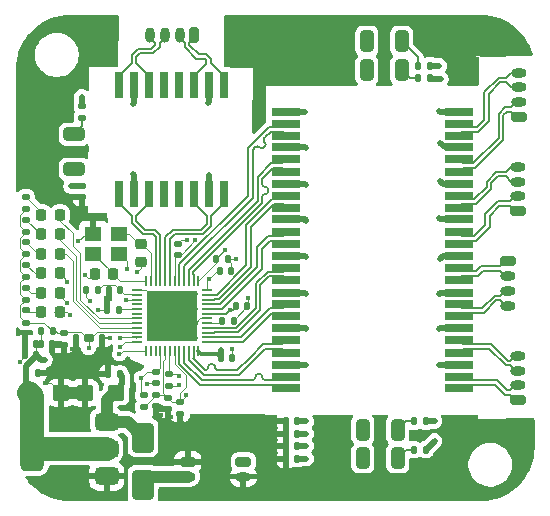
<source format=gbr>
%TF.GenerationSoftware,KiCad,Pcbnew,8.99.0-2194-gb3b7cbcab2*%
%TF.CreationDate,2024-09-01T21:43:51+08:00*%
%TF.ProjectId,switch,73776974-6368-42e6-9b69-6361645f7063,V2*%
%TF.SameCoordinates,Original*%
%TF.FileFunction,Copper,L1,Top*%
%TF.FilePolarity,Positive*%
%FSLAX46Y46*%
G04 Gerber Fmt 4.6, Leading zero omitted, Abs format (unit mm)*
G04 Created by KiCad (PCBNEW 8.99.0-2194-gb3b7cbcab2) date 2024-09-01 21:43:51*
%MOMM*%
%LPD*%
G01*
G04 APERTURE LIST*
G04 Aperture macros list*
%AMRoundRect*
0 Rectangle with rounded corners*
0 $1 Rounding radius*
0 $2 $3 $4 $5 $6 $7 $8 $9 X,Y pos of 4 corners*
0 Add a 4 corners polygon primitive as box body*
4,1,4,$2,$3,$4,$5,$6,$7,$8,$9,$2,$3,0*
0 Add four circle primitives for the rounded corners*
1,1,$1+$1,$2,$3*
1,1,$1+$1,$4,$5*
1,1,$1+$1,$6,$7*
1,1,$1+$1,$8,$9*
0 Add four rect primitives between the rounded corners*
20,1,$1+$1,$2,$3,$4,$5,0*
20,1,$1+$1,$4,$5,$6,$7,0*
20,1,$1+$1,$6,$7,$8,$9,0*
20,1,$1+$1,$8,$9,$2,$3,0*%
G04 Aperture macros list end*
%TA.AperFunction,SMDPad,CuDef*%
%ADD10RoundRect,0.135000X0.135000X0.185000X-0.135000X0.185000X-0.135000X-0.185000X0.135000X-0.185000X0*%
%TD*%
%TA.AperFunction,SMDPad,CuDef*%
%ADD11RoundRect,0.218750X0.218750X0.256250X-0.218750X0.256250X-0.218750X-0.256250X0.218750X-0.256250X0*%
%TD*%
%TA.AperFunction,SMDPad,CuDef*%
%ADD12RoundRect,0.140000X-0.140000X-0.170000X0.140000X-0.170000X0.140000X0.170000X-0.140000X0.170000X0*%
%TD*%
%TA.AperFunction,ComponentPad*%
%ADD13RoundRect,0.200000X0.450000X-0.200000X0.450000X0.200000X-0.450000X0.200000X-0.450000X-0.200000X0*%
%TD*%
%TA.AperFunction,ComponentPad*%
%ADD14O,1.300000X0.800000*%
%TD*%
%TA.AperFunction,SMDPad,CuDef*%
%ADD15R,2.340000X0.640000*%
%TD*%
%TA.AperFunction,SMDPad,CuDef*%
%ADD16RoundRect,0.135000X0.185000X-0.135000X0.185000X0.135000X-0.185000X0.135000X-0.185000X-0.135000X0*%
%TD*%
%TA.AperFunction,SMDPad,CuDef*%
%ADD17R,0.640000X2.290000*%
%TD*%
%TA.AperFunction,SMDPad,CuDef*%
%ADD18RoundRect,0.250000X0.325000X0.650000X-0.325000X0.650000X-0.325000X-0.650000X0.325000X-0.650000X0*%
%TD*%
%TA.AperFunction,SMDPad,CuDef*%
%ADD19RoundRect,0.250000X0.450000X0.425000X-0.450000X0.425000X-0.450000X-0.425000X0.450000X-0.425000X0*%
%TD*%
%TA.AperFunction,SMDPad,CuDef*%
%ADD20RoundRect,0.140000X0.140000X0.170000X-0.140000X0.170000X-0.140000X-0.170000X0.140000X-0.170000X0*%
%TD*%
%TA.AperFunction,SMDPad,CuDef*%
%ADD21RoundRect,0.050000X0.350000X0.050000X-0.350000X0.050000X-0.350000X-0.050000X0.350000X-0.050000X0*%
%TD*%
%TA.AperFunction,SMDPad,CuDef*%
%ADD22RoundRect,0.050000X0.050000X0.350000X-0.050000X0.350000X-0.050000X-0.350000X0.050000X-0.350000X0*%
%TD*%
%TA.AperFunction,HeatsinkPad*%
%ADD23C,0.500000*%
%TD*%
%TA.AperFunction,HeatsinkPad*%
%ADD24R,4.300000X4.300000*%
%TD*%
%TA.AperFunction,SMDPad,CuDef*%
%ADD25RoundRect,0.140000X-0.170000X0.140000X-0.170000X-0.140000X0.170000X-0.140000X0.170000X0.140000X0*%
%TD*%
%TA.AperFunction,SMDPad,CuDef*%
%ADD26RoundRect,0.225000X-0.225000X-0.250000X0.225000X-0.250000X0.225000X0.250000X-0.225000X0.250000X0*%
%TD*%
%TA.AperFunction,ComponentPad*%
%ADD27RoundRect,0.200000X0.200000X0.450000X-0.200000X0.450000X-0.200000X-0.450000X0.200000X-0.450000X0*%
%TD*%
%TA.AperFunction,ComponentPad*%
%ADD28O,0.800000X1.300000*%
%TD*%
%TA.AperFunction,SMDPad,CuDef*%
%ADD29RoundRect,0.250000X-0.650000X0.325000X-0.650000X-0.325000X0.650000X-0.325000X0.650000X0.325000X0*%
%TD*%
%TA.AperFunction,SMDPad,CuDef*%
%ADD30RoundRect,0.225000X0.250000X-0.225000X0.250000X0.225000X-0.250000X0.225000X-0.250000X-0.225000X0*%
%TD*%
%TA.AperFunction,SMDPad,CuDef*%
%ADD31RoundRect,0.135000X-0.135000X-0.185000X0.135000X-0.185000X0.135000X0.185000X-0.135000X0.185000X0*%
%TD*%
%TA.AperFunction,SMDPad,CuDef*%
%ADD32RoundRect,0.140000X0.170000X-0.140000X0.170000X0.140000X-0.170000X0.140000X-0.170000X-0.140000X0*%
%TD*%
%TA.AperFunction,SMDPad,CuDef*%
%ADD33RoundRect,0.250000X-0.650000X1.000000X-0.650000X-1.000000X0.650000X-1.000000X0.650000X1.000000X0*%
%TD*%
%TA.AperFunction,SMDPad,CuDef*%
%ADD34RoundRect,0.375000X0.625000X0.375000X-0.625000X0.375000X-0.625000X-0.375000X0.625000X-0.375000X0*%
%TD*%
%TA.AperFunction,SMDPad,CuDef*%
%ADD35RoundRect,0.500000X0.500000X1.400000X-0.500000X1.400000X-0.500000X-1.400000X0.500000X-1.400000X0*%
%TD*%
%TA.AperFunction,ComponentPad*%
%ADD36RoundRect,0.200000X-0.450000X0.200000X-0.450000X-0.200000X0.450000X-0.200000X0.450000X0.200000X0*%
%TD*%
%TA.AperFunction,SMDPad,CuDef*%
%ADD37RoundRect,0.250000X-0.450000X-0.425000X0.450000X-0.425000X0.450000X0.425000X-0.450000X0.425000X0*%
%TD*%
%TA.AperFunction,SMDPad,CuDef*%
%ADD38RoundRect,0.135000X-0.185000X0.135000X-0.185000X-0.135000X0.185000X-0.135000X0.185000X0.135000X0*%
%TD*%
%TA.AperFunction,SMDPad,CuDef*%
%ADD39R,1.400000X1.200000*%
%TD*%
%TA.AperFunction,ViaPad*%
%ADD40C,0.450000*%
%TD*%
%TA.AperFunction,Conductor*%
%ADD41C,0.199400*%
%TD*%
%TA.AperFunction,Conductor*%
%ADD42C,0.125000*%
%TD*%
%TA.AperFunction,Conductor*%
%ADD43C,0.090000*%
%TD*%
%TA.AperFunction,Conductor*%
%ADD44C,0.500000*%
%TD*%
%TA.AperFunction,Conductor*%
%ADD45C,1.000000*%
%TD*%
%TA.AperFunction,Conductor*%
%ADD46C,2.000000*%
%TD*%
%TA.AperFunction,Conductor*%
%ADD47C,0.300000*%
%TD*%
%TA.AperFunction,Conductor*%
%ADD48C,0.130000*%
%TD*%
G04 APERTURE END LIST*
D10*
%TO.P,R23,1*%
%TO.N,Net-(R23-Pad1)*%
X146450000Y-110370000D03*
%TO.P,R23,2*%
%TO.N,/Magnetics/REF1*%
X145430000Y-110370000D03*
%TD*%
D11*
%TO.P,D5,1,K*%
%TO.N,/IP175G/LINK_LED1{slash}SCLK{slash}BF_STM_DIS*%
X115437500Y-99500000D03*
%TO.P,D5,2,A*%
%TO.N,Net-(D5-A)*%
X113862500Y-99500000D03*
%TD*%
D12*
%TO.P,C16,1*%
%TO.N,GND*%
X119608600Y-99288600D03*
%TO.P,C16,2*%
%TO.N,/IP175G/RESETB*%
X120568600Y-99288600D03*
%TD*%
D13*
%TO.P,J8,1,Pin_1*%
%TO.N,/Magnetics/RX0+*%
X154280000Y-108575000D03*
D14*
%TO.P,J8,2,Pin_2*%
%TO.N,/Magnetics/RX0-*%
X154280000Y-107325000D03*
%TO.P,J8,3,Pin_3*%
%TO.N,/Magnetics/TX0+*%
X154280000Y-106075000D03*
%TO.P,J8,4,Pin_4*%
%TO.N,/Magnetics/TX0-*%
X154280000Y-104825000D03*
%TD*%
D15*
%TO.P,T2,1,CT4*%
%TO.N,/Magnetics/CT3*%
X134630000Y-84180000D03*
%TO.P,T2,2,TD4+*%
%TO.N,/IP175G/TXO3-*%
X134635000Y-85180000D03*
%TO.P,T2,3,TD4-*%
%TO.N,/IP175G/TXO3+*%
X134630000Y-86180000D03*
%TO.P,T2,4,CT4*%
%TO.N,/Magnetics/CT3*%
X134635000Y-87180000D03*
%TO.P,T2,5,RD4+*%
%TO.N,/IP175G/RXI3-*%
X134630000Y-88180000D03*
%TO.P,T2,6,RD4-*%
%TO.N,/IP175G/RXI3+*%
X134635000Y-89280000D03*
%TO.P,T2,7,CT3*%
%TO.N,/Magnetics/CT2*%
X134630000Y-90280000D03*
%TO.P,T2,8,TD3+*%
%TO.N,/IP175G/TXO2-*%
X134635000Y-91280000D03*
%TO.P,T2,9,TD3-*%
%TO.N,/IP175G/TXO2+*%
X134630000Y-92280000D03*
%TO.P,T2,10,CT3*%
%TO.N,/Magnetics/CT2*%
X134635000Y-93280000D03*
%TO.P,T2,11,RD3+*%
%TO.N,/IP175G/RXI2-*%
X134630000Y-94380000D03*
%TO.P,T2,12,RD3-*%
%TO.N,/IP175G/RXI2+*%
X134635000Y-95380000D03*
%TO.P,T2,13,CT2*%
%TO.N,/Magnetics/CT1*%
X134630000Y-96380000D03*
%TO.P,T2,14,TD2+*%
%TO.N,/IP175G/RXI1+*%
X134635000Y-97380000D03*
%TO.P,T2,15,TD2-*%
%TO.N,/IP175G/RXI1-*%
X134630000Y-98380000D03*
%TO.P,T2,16,CT2*%
%TO.N,/Magnetics/CT1*%
X134635000Y-99480000D03*
%TO.P,T2,17,RD2+*%
%TO.N,/IP175G/TXO1+*%
X134630000Y-100480000D03*
%TO.P,T2,18,RD2-*%
%TO.N,/IP175G/TXO1-*%
X134635000Y-101480000D03*
%TO.P,T2,19,CT1*%
%TO.N,/Magnetics/CT0*%
X134630000Y-102480000D03*
%TO.P,T2,20,TD1+*%
%TO.N,/IP175G/TXO0-*%
X134635000Y-103480000D03*
%TO.P,T2,21,TD1-*%
%TO.N,/IP175G/TXO0+*%
X134640000Y-104580000D03*
%TO.P,T2,22,CT1*%
%TO.N,/Magnetics/CT0*%
X134635000Y-105580000D03*
%TO.P,T2,23,RD1+*%
%TO.N,/IP175G/RXI0-*%
X134640000Y-106580000D03*
%TO.P,T2,24,RD1-*%
%TO.N,/IP175G/RXI0+*%
X134635000Y-107580000D03*
%TO.P,T2,25,RX1-*%
%TO.N,/Magnetics/RX0+*%
X149240000Y-107580000D03*
%TO.P,T2,26,RX1+*%
%TO.N,/Magnetics/RX0-*%
X149245000Y-106580000D03*
%TO.P,T2,27,CMG1*%
%TO.N,Net-(R25-Pad1)*%
X149240000Y-105580000D03*
%TO.P,T2,28,TX1-*%
%TO.N,/Magnetics/TX0+*%
X149245000Y-104580000D03*
%TO.P,T2,29,TX1+*%
%TO.N,/Magnetics/TX0-*%
X149240000Y-103480000D03*
%TO.P,T2,30,CMG1*%
%TO.N,Net-(R25-Pad1)*%
X149235000Y-102480000D03*
%TO.P,T2,31,RX2-*%
%TO.N,/Magnetics/TX1-*%
X149240000Y-101480000D03*
%TO.P,T2,32,RX2+*%
%TO.N,/Magnetics/TX1+*%
X149235000Y-100480000D03*
%TO.P,T2,33,CMG2*%
%TO.N,Net-(R23-Pad1)*%
X149240000Y-99480000D03*
%TO.P,T2,34,TX2-*%
%TO.N,/Magnetics/RX1-*%
X149235000Y-98380000D03*
%TO.P,T2,35,TX2+*%
%TO.N,/Magnetics/RX1+*%
X149240000Y-97380000D03*
%TO.P,T2,36,CMG2*%
%TO.N,Net-(R23-Pad1)*%
X149235000Y-96380000D03*
%TO.P,T2,37,RX3-*%
%TO.N,/Magnetics/RX2+*%
X149240000Y-95380000D03*
%TO.P,T2,38,RX3+*%
%TO.N,/Magnetics/RX2-*%
X149235000Y-94380000D03*
%TO.P,T2,39,CMG3*%
%TO.N,Net-(R22-Pad1)*%
X149240000Y-93280000D03*
%TO.P,T2,40,TX3-*%
%TO.N,/Magnetics/TX2+*%
X149235000Y-92280000D03*
%TO.P,T2,41,TX3+*%
%TO.N,/Magnetics/TX2-*%
X149240000Y-91280000D03*
%TO.P,T2,42,CMG3*%
%TO.N,Net-(R22-Pad1)*%
X149235000Y-90280000D03*
%TO.P,T2,43,RX4-*%
%TO.N,/Magnetics/RX3+*%
X149240000Y-89280000D03*
%TO.P,T2,44,RX4+*%
%TO.N,/Magnetics/RX3-*%
X149235000Y-88180000D03*
%TO.P,T2,45,CMG4*%
%TO.N,Net-(R21-Pad1)*%
X149240000Y-87180000D03*
%TO.P,T2,46,TX4-*%
%TO.N,/Magnetics/TX3+*%
X149235000Y-86180000D03*
%TO.P,T2,47,TX4+*%
%TO.N,/Magnetics/TX3-*%
X149240000Y-85180000D03*
%TO.P,T2,48,CMG4*%
%TO.N,Net-(R21-Pad1)*%
X149235000Y-84180000D03*
%TD*%
D16*
%TO.P,R12,1*%
%TO.N,+3.3V*%
X112600000Y-98120000D03*
%TO.P,R12,2*%
%TO.N,Net-(D4-A)*%
X112600000Y-97100000D03*
%TD*%
D12*
%TO.P,C6,1*%
%TO.N,GND*%
X112510000Y-103803800D03*
%TO.P,C6,2*%
%TO.N,VCC*%
X113470000Y-103803800D03*
%TD*%
D13*
%TO.P,J6,1,Pin_1*%
%TO.N,/Magnetics/RX2+*%
X154280000Y-92575000D03*
D14*
%TO.P,J6,2,Pin_2*%
%TO.N,/Magnetics/RX2-*%
X154280000Y-91325000D03*
%TO.P,J6,3,Pin_3*%
%TO.N,/Magnetics/TX2+*%
X154280000Y-90075000D03*
%TO.P,J6,4,Pin_4*%
%TO.N,/Magnetics/TX2-*%
X154280000Y-88825000D03*
%TD*%
D17*
%TO.P,T3,1,TD+*%
%TO.N,/IP175G/RXI4+*%
X120466200Y-91090400D03*
%TO.P,T3,2,TCT*%
%TO.N,/Magnetics/CT4*%
X121736200Y-91090400D03*
%TO.P,T3,3,TD-*%
%TO.N,/IP175G/RXI4-*%
X123006200Y-91090400D03*
%TO.P,T3,4,NC*%
%TO.N,unconnected-(T3-NC-Pad4)*%
X124276200Y-91090400D03*
%TO.P,T3,5,NC*%
%TO.N,unconnected-(T3-NC-Pad5)*%
X125546200Y-91090400D03*
%TO.P,T3,6,RD+*%
%TO.N,/IP175G/TXO4+*%
X126816200Y-91090400D03*
%TO.P,T3,7,RCT*%
%TO.N,/Magnetics/CT4*%
X128086200Y-91090400D03*
%TO.P,T3,8,RD-*%
%TO.N,/IP175G/TXO4-*%
X129356200Y-91090400D03*
%TO.P,T3,9,RX-*%
%TO.N,/Magnetics/TX4-*%
X129356200Y-81930400D03*
%TO.P,T3,10,CMR*%
%TO.N,/Magnetics/REF4*%
X128086200Y-81930400D03*
%TO.P,T3,11,RX+*%
%TO.N,/Magnetics/TX4+*%
X126816200Y-81930400D03*
%TO.P,T3,12,NC*%
%TO.N,unconnected-(T3-NC-Pad12)*%
X125546200Y-81930400D03*
%TO.P,T3,13,NC*%
%TO.N,unconnected-(T3-NC-Pad13)*%
X124276200Y-81930400D03*
%TO.P,T3,14,TX-*%
%TO.N,/Magnetics/RX4-*%
X123006200Y-81930400D03*
%TO.P,T3,15,CMT*%
%TO.N,/Magnetics/REF4*%
X121736200Y-81930400D03*
%TO.P,T3,16,TX+*%
%TO.N,/Magnetics/RX4+*%
X120466200Y-81930400D03*
%TD*%
D18*
%TO.P,C32,1*%
%TO.N,/Magnetics/REF3*%
X144406800Y-78197200D03*
%TO.P,C32,2*%
%TO.N,Earth*%
X141456800Y-78197200D03*
%TD*%
D19*
%TO.P,C1,1*%
%TO.N,Net-(D7-K)*%
X120250000Y-107950000D03*
%TO.P,C1,2*%
%TO.N,GND*%
X117550000Y-107950000D03*
%TD*%
D20*
%TO.P,C2,1*%
%TO.N,Net-(D7-K)*%
X120530000Y-106350000D03*
%TO.P,C2,2*%
%TO.N,GND*%
X119570000Y-106350000D03*
%TD*%
D16*
%TO.P,R11,1*%
%TO.N,+3.3V*%
X112600000Y-96210000D03*
%TO.P,R11,2*%
%TO.N,Net-(D3-A)*%
X112600000Y-95190000D03*
%TD*%
D21*
%TO.P,U3,1,TXOM1*%
%TO.N,/IP175G/TXO1-*%
X127926199Y-103661063D03*
%TO.P,U3,2,TXOP1*%
%TO.N,/IP175G/TXO1+*%
X127926199Y-103261063D03*
%TO.P,U3,3,RXIM1*%
%TO.N,/IP175G/RXI1-*%
X127926199Y-102861063D03*
%TO.P,U3,4,RXIP1*%
%TO.N,/IP175G/RXI1+*%
X127926199Y-102461063D03*
%TO.P,U3,5,BGRES*%
%TO.N,Net-(U3-BGRES)*%
X127926199Y-102061063D03*
%TO.P,U3,6,PLLGND*%
%TO.N,GND*%
X127926199Y-101661063D03*
%TO.P,U3,7,PLLVCC*%
%TO.N,VCC*%
X127926199Y-101261063D03*
%TO.P,U3,8,PXIP2*%
%TO.N,/IP175G/RXI2+*%
X127926199Y-100861063D03*
%TO.P,U3,9,RXIM2*%
%TO.N,/IP175G/RXI2-*%
X127926199Y-100461063D03*
%TO.P,U3,10,TXOP2*%
%TO.N,/IP175G/TXO2+*%
X127926199Y-100061063D03*
%TO.P,U3,11,TXOM2*%
%TO.N,/IP175G/TXO2-*%
X127926199Y-99661063D03*
%TO.P,U3,12,AV33*%
%TO.N,VCC*%
X127926199Y-99261063D03*
D22*
%TO.P,U3,13,AV10*%
%TO.N,+1.1VA*%
X127176199Y-98511063D03*
%TO.P,U3,14,RXIP3*%
%TO.N,/IP175G/RXI3+*%
X126776199Y-98511063D03*
%TO.P,U3,15,RXIM3*%
%TO.N,/IP175G/RXI3-*%
X126376199Y-98511063D03*
%TO.P,U3,16,TXOP3*%
%TO.N,/IP175G/TXO3+*%
X125976199Y-98511063D03*
%TO.P,U3,17,TXOM3*%
%TO.N,/IP175G/TXO3-*%
X125576199Y-98511063D03*
%TO.P,U3,18,AV33*%
%TO.N,VCC*%
X125176199Y-98511063D03*
%TO.P,U3,19,TXOM4*%
%TO.N,/IP175G/TXO4-*%
X124776199Y-98511063D03*
%TO.P,U3,20,TXOP4*%
%TO.N,/IP175G/TXO4+*%
X124376199Y-98511063D03*
%TO.P,U3,21,RXIM4*%
%TO.N,/IP175G/RXI4-*%
X123976199Y-98511063D03*
%TO.P,U3,22,RXIP4*%
%TO.N,/IP175G/RXI4+*%
X123576199Y-98511063D03*
%TO.P,U3,23,OSCI*%
%TO.N,Net-(U3-OSCI)*%
X123176199Y-98511063D03*
%TO.P,U3,24,X2*%
%TO.N,Net-(U3-X2)*%
X122776199Y-98511063D03*
D21*
%TO.P,U3,25,FXSD4*%
%TO.N,GND*%
X122026199Y-99261063D03*
%TO.P,U3,26,RESETB*%
%TO.N,/IP175G/RESETB*%
X122026199Y-99661063D03*
%TO.P,U3,27,DVDD*%
%TO.N,+1.1V*%
X122026199Y-100061063D03*
%TO.P,U3,28,F_POWER_OFF*%
%TO.N,/IP175G/F_POWER_OFF*%
X122026199Y-100461063D03*
%TO.P,U3,29,TEST1*%
%TO.N,Net-(U3-TEST1)*%
X122026199Y-100861063D03*
%TO.P,U3,30,AUTO_FACTORY_TEST*%
%TO.N,/IP175G/AFT*%
X122026199Y-101261063D03*
%TO.P,U3,31,F_POWER_OFF_LED/VLAN_DIS*%
%TO.N,/IP175G/F_POWER_OFF_LED{slash}VLAN_DIS*%
X122026199Y-101661063D03*
%TO.P,U3,32,LINK_LED4/Hi_PRI[2]*%
%TO.N,/IP175G/LINK_LED4{slash}Hi_PRI(2)*%
X122026199Y-102061063D03*
%TO.P,U3,33,LINK_LED3/Hi_PRI[1]*%
%TO.N,/IP175G/LIND_LED3{slash}Hi_PRI(1)*%
X122026199Y-102461063D03*
%TO.P,U3,34,PVDD*%
%TO.N,+3.3V*%
X122026199Y-102861063D03*
%TO.P,U3,35,LINK_LED2/REDUCE_IPG_EN*%
%TO.N,/IP175G/LINK_LED2{slash}REDUCE_IPG_EN*%
X122026199Y-103261063D03*
%TO.P,U3,36,LINK_LED1/SCLK/BF_STM_DIS*%
%TO.N,/IP175G/LINK_LED1{slash}SCLK{slash}BF_STM_DIS*%
X122026199Y-103661063D03*
D22*
%TO.P,U3,37,LINK_LED0*%
%TO.N,/IP175G/LINK_LED0*%
X122776199Y-104411063D03*
%TO.P,U3,38,SCL/MDC*%
%TO.N,/IP175G/SCL*%
X123176199Y-104411063D03*
%TO.P,U3,39,SDA/MDIO*%
%TO.N,/IP175G/SDA*%
X123576199Y-104411063D03*
%TO.P,U3,40,DVDD*%
%TO.N,+1.1V*%
X123976199Y-104411063D03*
%TO.P,U3,41,VREG_LDO*%
%TO.N,+1.1VA*%
X124376199Y-104411063D03*
%TO.P,U3,42,PVDD_LDO*%
%TO.N,VCC*%
X124776199Y-104411063D03*
%TO.P,U3,43,AV10*%
%TO.N,+1.1VA*%
X125176199Y-104411063D03*
%TO.P,U3,44,RXIP0*%
%TO.N,/IP175G/RXI0+*%
X125576199Y-104411063D03*
%TO.P,U3,45,PXIM0*%
%TO.N,/IP175G/RXI0-*%
X125976199Y-104411063D03*
%TO.P,U3,46,TXOP0*%
%TO.N,/IP175G/TXO0+*%
X126376199Y-104411063D03*
%TO.P,U3,47,TXOM0*%
%TO.N,/IP175G/TXO0-*%
X126776199Y-104411063D03*
%TO.P,U3,48,AV33*%
%TO.N,VCC*%
X127176199Y-104411063D03*
D23*
%TO.P,U3,49,E-Pad_GND*%
%TO.N,GND*%
X126876199Y-103361063D03*
X126876199Y-102094396D03*
X126876199Y-100827730D03*
X126876199Y-99561063D03*
X125609532Y-103361063D03*
X125609532Y-102094396D03*
X125609532Y-100827730D03*
X125609532Y-99561063D03*
D24*
X124976199Y-101461063D03*
D23*
X124342866Y-103361063D03*
X124342866Y-102094396D03*
X124342866Y-100827730D03*
X124342866Y-99561063D03*
X123076199Y-103361063D03*
X123076199Y-102094396D03*
X123076199Y-100827730D03*
X123076199Y-99561063D03*
%TD*%
D10*
%TO.P,R21,1*%
%TO.N,Net-(R21-Pad1)*%
X146794600Y-80254600D03*
%TO.P,R21,2*%
%TO.N,/Magnetics/REF3*%
X145774600Y-80254600D03*
%TD*%
D25*
%TO.P,C24,1*%
%TO.N,/Magnetics/CT4*%
X117350000Y-90420000D03*
%TO.P,C24,2*%
%TO.N,GND*%
X117350000Y-91380000D03*
%TD*%
D12*
%TO.P,C18,1*%
%TO.N,VCC*%
X129020000Y-97650000D03*
%TO.P,C18,2*%
%TO.N,GND*%
X129980000Y-97650000D03*
%TD*%
D26*
%TO.P,C20,1*%
%TO.N,GND*%
X118395000Y-97920000D03*
%TO.P,C20,2*%
%TO.N,Net-(U3-X2)*%
X119945000Y-97920000D03*
%TD*%
D10*
%TO.P,R25,1*%
%TO.N,Net-(R25-Pad1)*%
X146430000Y-112780000D03*
%TO.P,R25,2*%
%TO.N,/Magnetics/REF0*%
X145410000Y-112780000D03*
%TD*%
D16*
%TO.P,R24,1*%
%TO.N,Net-(C30-Pad1)*%
X117335800Y-84709200D03*
%TO.P,R24,2*%
%TO.N,/Magnetics/REF4*%
X117335800Y-83689200D03*
%TD*%
D20*
%TO.P,C26,1*%
%TO.N,/Magnetics/CT1*%
X135560000Y-111430000D03*
%TO.P,C26,2*%
%TO.N,GND*%
X134600000Y-111430000D03*
%TD*%
%TO.P,C25,1*%
%TO.N,/Magnetics/CT3*%
X135560000Y-113550000D03*
%TO.P,C25,2*%
%TO.N,GND*%
X134600000Y-113550000D03*
%TD*%
D16*
%TO.P,R14,1*%
%TO.N,+3.3V*%
X112600000Y-102010000D03*
%TO.P,R14,2*%
%TO.N,Net-(D6-A)*%
X112600000Y-100990000D03*
%TD*%
D27*
%TO.P,J4,1,Pin_1*%
%TO.N,/Magnetics/TX4-*%
X126850000Y-77650000D03*
D28*
%TO.P,J4,2,Pin_2*%
%TO.N,/Magnetics/TX4+*%
X125600000Y-77650000D03*
%TO.P,J4,3,Pin_3*%
%TO.N,/Magnetics/RX4-*%
X124350000Y-77650000D03*
%TO.P,J4,4,Pin_4*%
%TO.N,/Magnetics/RX4+*%
X123100000Y-77650000D03*
%TD*%
D11*
%TO.P,D3,1,K*%
%TO.N,/IP175G/LIND_LED3{slash}Hi_PRI(1)*%
X115460700Y-96200000D03*
%TO.P,D3,2,A*%
%TO.N,Net-(D3-A)*%
X113885700Y-96200000D03*
%TD*%
D29*
%TO.P,C30,1*%
%TO.N,Net-(C30-Pad1)*%
X116650000Y-86075000D03*
%TO.P,C30,2*%
%TO.N,Earth*%
X116650000Y-89025000D03*
%TD*%
D20*
%TO.P,C12,1*%
%TO.N,+3.3V*%
X117755800Y-103327200D03*
%TO.P,C12,2*%
%TO.N,GND*%
X116795800Y-103327200D03*
%TD*%
%TO.P,C28,1*%
%TO.N,/Magnetics/CT0*%
X135560000Y-110380000D03*
%TO.P,C28,2*%
%TO.N,GND*%
X134600000Y-110380000D03*
%TD*%
D30*
%TO.P,C19,1*%
%TO.N,GND*%
X122330000Y-96885000D03*
%TO.P,C19,2*%
%TO.N,Net-(U3-OSCI)*%
X122330000Y-95335000D03*
%TD*%
D31*
%TO.P,R7,1*%
%TO.N,GND*%
X119426800Y-100965000D03*
%TO.P,R7,2*%
%TO.N,Net-(U3-TEST1)*%
X120446800Y-100965000D03*
%TD*%
D12*
%TO.P,C23,1*%
%TO.N,+1.1VA*%
X128720000Y-96650000D03*
%TO.P,C23,2*%
%TO.N,GND*%
X129680000Y-96650000D03*
%TD*%
D11*
%TO.P,D1,1,K*%
%TO.N,/IP175G/F_POWER_OFF_LED{slash}VLAN_DIS*%
X115458600Y-92890600D03*
%TO.P,D1,2,A*%
%TO.N,Net-(D1-A)*%
X113883600Y-92890600D03*
%TD*%
D20*
%TO.P,C11,1*%
%TO.N,GND*%
X119053800Y-103327200D03*
%TO.P,C11,2*%
%TO.N,+3.3V*%
X118093800Y-103327200D03*
%TD*%
D32*
%TO.P,C8,1*%
%TO.N,GND*%
X123596400Y-109118400D03*
%TO.P,C8,2*%
%TO.N,+1.1VA*%
X123596400Y-108158400D03*
%TD*%
D33*
%TO.P,D7,1,K*%
%TO.N,Net-(D7-K)*%
X122500000Y-111745000D03*
%TO.P,D7,2,A*%
%TO.N,Net-(D7-A)*%
X122500000Y-115745000D03*
%TD*%
D31*
%TO.P,R4,1*%
%TO.N,VCC*%
X113819000Y-102762400D03*
%TO.P,R4,2*%
%TO.N,+3.3V*%
X114839000Y-102762400D03*
%TD*%
D34*
%TO.P,U1,1,GND*%
%TO.N,GND*%
X119418729Y-114990346D03*
%TO.P,U1,2,VO*%
%TO.N,VCC*%
X119418729Y-112690346D03*
D35*
X113118729Y-112690346D03*
D34*
%TO.P,U1,3,VI*%
%TO.N,Net-(D7-K)*%
X119418729Y-110390346D03*
%TD*%
D25*
%TO.P,C14,1*%
%TO.N,VCC*%
X124739400Y-106403200D03*
%TO.P,C14,2*%
%TO.N,GND*%
X124739400Y-107363200D03*
%TD*%
D11*
%TO.P,D2,1,K*%
%TO.N,/IP175G/LINK_LED4{slash}Hi_PRI(2)*%
X115460600Y-94550000D03*
%TO.P,D2,2,A*%
%TO.N,Net-(D2-A)*%
X113885600Y-94550000D03*
%TD*%
D31*
%TO.P,R6,1*%
%TO.N,+3.3V*%
X117648800Y-99288600D03*
%TO.P,R6,2*%
%TO.N,/IP175G/RESETB*%
X118668800Y-99288600D03*
%TD*%
D16*
%TO.P,R9,1*%
%TO.N,+3.3V*%
X112600000Y-92410000D03*
%TO.P,R9,2*%
%TO.N,Net-(D1-A)*%
X112600000Y-91390000D03*
%TD*%
D18*
%TO.P,C33,1*%
%TO.N,/Magnetics/REF1*%
X144055000Y-111080000D03*
%TO.P,C33,2*%
%TO.N,Earth*%
X141105000Y-111080000D03*
%TD*%
D12*
%TO.P,C7,1*%
%TO.N,VCC*%
X113853600Y-103803800D03*
%TO.P,C7,2*%
%TO.N,GND*%
X114813600Y-103803800D03*
%TD*%
%TO.P,C15,1*%
%TO.N,VCC*%
X129082800Y-105000000D03*
%TO.P,C15,2*%
%TO.N,GND*%
X130042800Y-105000000D03*
%TD*%
D10*
%TO.P,R22,1*%
%TO.N,Net-(R22-Pad1)*%
X146790000Y-81330000D03*
%TO.P,R22,2*%
%TO.N,/Magnetics/REF2*%
X145770000Y-81330000D03*
%TD*%
D31*
%TO.P,R8,1*%
%TO.N,Net-(U3-BGRES)*%
X129190000Y-101850000D03*
%TO.P,R8,2*%
%TO.N,GND*%
X130210000Y-101850000D03*
%TD*%
D36*
%TO.P,J1,1,Pin_1*%
%TO.N,GND*%
X126300000Y-113800000D03*
D14*
%TO.P,J1,2,Pin_2*%
%TO.N,Net-(D7-A)*%
X126300000Y-115050000D03*
%TD*%
D11*
%TO.P,D4,1,K*%
%TO.N,/IP175G/LINK_LED2{slash}REDUCE_IPG_EN*%
X115437500Y-97850000D03*
%TO.P,D4,2,A*%
%TO.N,Net-(D4-A)*%
X113862500Y-97850000D03*
%TD*%
D12*
%TO.P,C17,1*%
%TO.N,VCC*%
X130370000Y-100650000D03*
%TO.P,C17,2*%
%TO.N,GND*%
X131330000Y-100650000D03*
%TD*%
D18*
%TO.P,C31,1*%
%TO.N,/Magnetics/REF2*%
X144405000Y-80630000D03*
%TO.P,C31,2*%
%TO.N,Earth*%
X141455000Y-80630000D03*
%TD*%
D36*
%TO.P,J7,1,Pin_1*%
%TO.N,/Magnetics/RX1+*%
X153380000Y-96825000D03*
D14*
%TO.P,J7,2,Pin_2*%
%TO.N,/Magnetics/RX1-*%
X153380000Y-98075000D03*
%TO.P,J7,3,Pin_3*%
%TO.N,/Magnetics/TX1+*%
X153380000Y-99325000D03*
%TO.P,J7,4,Pin_4*%
%TO.N,/Magnetics/TX1-*%
X153380000Y-100575000D03*
%TD*%
D32*
%TO.P,C9,1*%
%TO.N,GND*%
X115807800Y-103880000D03*
%TO.P,C9,2*%
%TO.N,+3.3V*%
X115807800Y-102920000D03*
%TD*%
%TO.P,C10,1*%
%TO.N,GND*%
X124587000Y-109344400D03*
%TO.P,C10,2*%
%TO.N,+1.1VA*%
X124587000Y-108384400D03*
%TD*%
D16*
%TO.P,R13,1*%
%TO.N,+3.3V*%
X112600000Y-100070000D03*
%TO.P,R13,2*%
%TO.N,Net-(D5-A)*%
X112600000Y-99050000D03*
%TD*%
D36*
%TO.P,J3,1,Pin_1*%
%TO.N,VCC*%
X131000000Y-113800000D03*
D14*
%TO.P,J3,2,Pin_2*%
%TO.N,GND*%
X131000000Y-115050000D03*
%TD*%
D11*
%TO.P,D6,1,K*%
%TO.N,/IP175G/LINK_LED0*%
X115437500Y-101100000D03*
%TO.P,D6,2,A*%
%TO.N,Net-(D6-A)*%
X113862500Y-101100000D03*
%TD*%
D20*
%TO.P,C27,1*%
%TO.N,/Magnetics/CT2*%
X135560000Y-112480000D03*
%TO.P,C27,2*%
%TO.N,GND*%
X134600000Y-112480000D03*
%TD*%
D25*
%TO.P,C22,1*%
%TO.N,+1.1VA*%
X125628400Y-108768000D03*
%TO.P,C22,2*%
%TO.N,GND*%
X125628400Y-109728000D03*
%TD*%
D32*
%TO.P,C21,1*%
%TO.N,VCC*%
X125450000Y-96280000D03*
%TO.P,C21,2*%
%TO.N,GND*%
X125450000Y-95320000D03*
%TD*%
D12*
%TO.P,C4,1*%
%TO.N,VCC*%
X112620000Y-106300000D03*
%TO.P,C4,2*%
%TO.N,GND*%
X113580000Y-106300000D03*
%TD*%
%TO.P,C5,1*%
%TO.N,GND*%
X112507400Y-104794400D03*
%TO.P,C5,2*%
%TO.N,VCC*%
X113467400Y-104794400D03*
%TD*%
D37*
%TO.P,C3,1*%
%TO.N,VCC*%
X112850000Y-107950000D03*
%TO.P,C3,2*%
%TO.N,GND*%
X115550000Y-107950000D03*
%TD*%
D25*
%TO.P,C13,1*%
%TO.N,+1.1V*%
X123621800Y-106174600D03*
%TO.P,C13,2*%
%TO.N,GND*%
X123621800Y-107134600D03*
%TD*%
D18*
%TO.P,C29,1*%
%TO.N,/Magnetics/REF0*%
X144055000Y-113480000D03*
%TO.P,C29,2*%
%TO.N,Earth*%
X141105000Y-113480000D03*
%TD*%
D38*
%TO.P,R1,1*%
%TO.N,+1.1V*%
X122555000Y-108153200D03*
%TO.P,R1,2*%
%TO.N,+1.1VA*%
X122555000Y-109173200D03*
%TD*%
D39*
%TO.P,Y1,1,1*%
%TO.N,Net-(U3-OSCI)*%
X120500000Y-94490000D03*
%TO.P,Y1,2,2*%
%TO.N,GND*%
X118300000Y-94490000D03*
%TO.P,Y1,3,3*%
%TO.N,Net-(U3-X2)*%
X118300000Y-96190000D03*
%TO.P,Y1,4,4*%
%TO.N,GND*%
X120500000Y-96190000D03*
%TD*%
D13*
%TO.P,J5,1,Pin_1*%
%TO.N,/Magnetics/RX3+*%
X154305000Y-84600000D03*
D14*
%TO.P,J5,2,Pin_2*%
%TO.N,/Magnetics/RX3-*%
X154305000Y-83350000D03*
%TO.P,J5,3,Pin_3*%
%TO.N,/Magnetics/TX3+*%
X154305000Y-82100000D03*
%TO.P,J5,4,Pin_4*%
%TO.N,/Magnetics/TX3-*%
X154305000Y-80850000D03*
%TD*%
D16*
%TO.P,R10,1*%
%TO.N,+3.3V*%
X112600000Y-94320000D03*
%TO.P,R10,2*%
%TO.N,Net-(D2-A)*%
X112600000Y-93300000D03*
%TD*%
D40*
%TO.N,GND*%
X133180000Y-112920000D03*
X125860000Y-112360000D03*
X114720034Y-114495546D03*
X128660000Y-114940000D03*
X116992400Y-95148400D03*
X113450034Y-115765546D03*
X118630000Y-78310000D03*
X128660000Y-116210000D03*
X114720034Y-109415546D03*
X120030000Y-116690000D03*
X127130000Y-112360000D03*
X117270000Y-110470000D03*
X139690000Y-116560000D03*
X114720034Y-115765546D03*
X137160000Y-76450000D03*
X117260034Y-114495546D03*
X132480000Y-76440000D03*
X137160000Y-78740000D03*
X112870000Y-80370000D03*
X129940000Y-78730000D03*
X133180000Y-114200000D03*
X116850000Y-93180800D03*
X129940000Y-76440000D03*
X130042800Y-104250000D03*
X131350000Y-99900000D03*
X118760000Y-116690000D03*
X126250000Y-95050000D03*
X118694200Y-100939600D03*
X137150000Y-114890000D03*
X116513800Y-104267000D03*
X119690000Y-79610000D03*
X115990034Y-109415546D03*
X133180000Y-115470000D03*
X114220000Y-107100000D03*
X124900000Y-110050000D03*
X115824000Y-104952800D03*
X115990034Y-115765546D03*
X116420000Y-91370000D03*
X142070000Y-116570000D03*
X118930000Y-105550000D03*
X124000000Y-109850000D03*
X124590000Y-112360000D03*
X125552200Y-107340400D03*
X149860000Y-76850000D03*
X147150000Y-116570000D03*
X122834400Y-107238800D03*
X115150000Y-91370000D03*
X117260034Y-109415546D03*
X117660000Y-105550000D03*
X133180000Y-110380000D03*
X119690000Y-78340000D03*
X113420000Y-82900000D03*
X132480000Y-78730000D03*
X115990034Y-114495546D03*
X130370000Y-111650000D03*
X113700000Y-90120000D03*
X154940000Y-78740000D03*
X112050000Y-105350000D03*
X134610000Y-114890000D03*
X114813600Y-104500000D03*
X119380000Y-99898200D03*
X137150000Y-116560000D03*
X125780800Y-110490000D03*
X113700000Y-91390000D03*
X115570000Y-82910000D03*
X128660000Y-113670000D03*
X139690000Y-114890000D03*
X139700000Y-81280000D03*
X144610000Y-116570000D03*
X119735600Y-103327200D03*
X139700000Y-78740000D03*
X147320000Y-78740000D03*
X139700000Y-76450000D03*
X130400000Y-96650000D03*
X117260034Y-115765546D03*
X116000000Y-110470000D03*
X137160000Y-81280000D03*
X121120000Y-97440000D03*
X112400000Y-103150000D03*
X122000000Y-97760000D03*
X149860000Y-78740000D03*
X117627400Y-98020000D03*
X118630000Y-77040000D03*
X152400000Y-76850000D03*
X114730000Y-110470000D03*
X152400000Y-78740000D03*
X149860000Y-81280000D03*
X116390000Y-105550000D03*
X130370000Y-110380000D03*
X147320000Y-76850000D03*
X133180000Y-111650000D03*
%TO.N,VCC*%
X128066800Y-98323400D03*
X114200000Y-105150000D03*
X129082800Y-104300000D03*
X126900000Y-95050000D03*
X125577600Y-106553000D03*
X129827600Y-100922400D03*
%TO.N,+1.1VA*%
X129400000Y-95900000D03*
X126136400Y-108153200D03*
%TO.N,+3.3V*%
X118000000Y-100200000D03*
X117900000Y-104150000D03*
%TO.N,+1.1V*%
X122326400Y-106705400D03*
X121056400Y-100076000D03*
%TO.N,/Magnetics/CT4*%
X116400000Y-90450000D03*
X121650000Y-89450000D03*
X128050000Y-89550000D03*
%TO.N,/Magnetics/CT3*%
X136250000Y-84200000D03*
X136280000Y-87230000D03*
X136330000Y-113530000D03*
%TO.N,/Magnetics/CT1*%
X136330000Y-111430000D03*
X136330000Y-99630000D03*
X136330000Y-96480000D03*
%TO.N,/Magnetics/CT2*%
X136330000Y-112430000D03*
X136280000Y-90330000D03*
X136280000Y-93380000D03*
%TO.N,/Magnetics/CT0*%
X136330000Y-105580000D03*
X136330000Y-110380000D03*
X136330000Y-102530000D03*
%TO.N,/IP175G/LINK_LED2{slash}REDUCE_IPG_EN*%
X116050000Y-98600000D03*
X120550000Y-103350000D03*
%TO.N,/IP175G/LINK_LED1{slash}SCLK{slash}BF_STM_DIS*%
X116100000Y-100345674D03*
X120550000Y-104050000D03*
%TO.N,/IP175G/LINK_LED0*%
X116325000Y-101375000D03*
X120498096Y-104672844D03*
%TO.N,/Magnetics/REF4*%
X128000000Y-83450000D03*
X121650000Y-83500000D03*
X117300000Y-82900000D03*
%TO.N,Net-(R21-Pad1)*%
X147580000Y-80280000D03*
X147580000Y-84130000D03*
X147630000Y-86780000D03*
%TO.N,Net-(R22-Pad1)*%
X147630000Y-90030000D03*
X147730000Y-81380000D03*
X147580000Y-93180000D03*
%TO.N,Net-(R23-Pad1)*%
X147580000Y-99630000D03*
X147190000Y-110320000D03*
X147630000Y-96630000D03*
%TO.N,Net-(R25-Pad1)*%
X147580000Y-102580000D03*
X147530000Y-105630000D03*
X147180000Y-112030000D03*
%TD*%
D41*
%TO.N,GND*%
X115824000Y-103896200D02*
X115807800Y-103880000D01*
D42*
X125720000Y-95050000D02*
X125450000Y-95320000D01*
X118694200Y-100939600D02*
X119401400Y-100939600D01*
X122776199Y-99261063D02*
X123076199Y-99561063D01*
X112050000Y-105350000D02*
X112050000Y-105251800D01*
X123596400Y-109118400D02*
X123596400Y-109446400D01*
X122026199Y-99261063D02*
X122776199Y-99261063D01*
X129680000Y-96650000D02*
X130400000Y-96650000D01*
D43*
X118300000Y-94490000D02*
X117650800Y-94490000D01*
X125780800Y-110490000D02*
X125780800Y-109880400D01*
X112400000Y-103150000D02*
X112400000Y-103693800D01*
D41*
X119735600Y-103327200D02*
X119053800Y-103327200D01*
D42*
X124739400Y-107363200D02*
X125529400Y-107363200D01*
X130210000Y-101850000D02*
X130210000Y-101770000D01*
D43*
X122330000Y-97430000D02*
X122330000Y-96885000D01*
X131350000Y-99900000D02*
X131350000Y-100630000D01*
D42*
X119380000Y-99923600D02*
X119608600Y-99695000D01*
D43*
X131350000Y-100630000D02*
X131330000Y-100650000D01*
D42*
X114813600Y-104500000D02*
X114813600Y-103803800D01*
X129980000Y-96950000D02*
X129680000Y-96650000D01*
X116745000Y-104035800D02*
X116513800Y-104267000D01*
X114220000Y-107100000D02*
X114700000Y-107100000D01*
X130210000Y-101770000D02*
X131330000Y-100650000D01*
X117880000Y-98272600D02*
X118392000Y-98272600D01*
X124587000Y-109737000D02*
X124900000Y-110050000D01*
X116795800Y-103327200D02*
X116795800Y-104035800D01*
D43*
X121120000Y-97440000D02*
X121120000Y-96810000D01*
D42*
X123596400Y-109446400D02*
X124000000Y-109850000D01*
D41*
X115824000Y-104952800D02*
X115824000Y-103896200D01*
D43*
X125780800Y-109880400D02*
X125628400Y-109728000D01*
X121120000Y-96810000D02*
X120500000Y-96190000D01*
D42*
X116795800Y-104035800D02*
X116745000Y-104035800D01*
X124587000Y-109344400D02*
X124587000Y-109737000D01*
X122938600Y-107134600D02*
X122834400Y-107238800D01*
D44*
X118432729Y-115026346D02*
X118418729Y-115040346D01*
D43*
X130042800Y-104250000D02*
X130042800Y-105000000D01*
D42*
X127926199Y-101661062D02*
X127309533Y-101661062D01*
X119608600Y-99695000D02*
X119608600Y-99288600D01*
X119380000Y-99898200D02*
X119380000Y-99923600D01*
X129980000Y-97650000D02*
X129980000Y-96950000D01*
D43*
X112400000Y-103693800D02*
X112510000Y-103803800D01*
X122000000Y-97760000D02*
X122330000Y-97430000D01*
D42*
X125529400Y-107363200D02*
X125552200Y-107340400D01*
X126250000Y-95050000D02*
X125720000Y-95050000D01*
X127309533Y-101661062D02*
X126876199Y-102094396D01*
X114700000Y-107100000D02*
X115550000Y-107950000D01*
D45*
X115550000Y-107950000D02*
X117550000Y-107950000D01*
D42*
X112050000Y-105251800D02*
X112507400Y-104794400D01*
X117627400Y-98020000D02*
X117880000Y-98272600D01*
X123621800Y-107134600D02*
X122938600Y-107134600D01*
D43*
X117650800Y-94490000D02*
X116992400Y-95148400D01*
D44*
%TO.N,VCC*%
X113823000Y-105150000D02*
X113467400Y-104794400D01*
D42*
X129020000Y-97650000D02*
X128740200Y-97650000D01*
D46*
X113118729Y-112690346D02*
X113118729Y-108218729D01*
D42*
X125674074Y-96280000D02*
X125450000Y-96280000D01*
D41*
X130097600Y-100922400D02*
X130370000Y-100650000D01*
D42*
X113819000Y-102762400D02*
X113819000Y-103454800D01*
X124739400Y-106403200D02*
X124739400Y-104447863D01*
X125196600Y-98490661D02*
X125196600Y-96533400D01*
D46*
X113118729Y-108218729D02*
X112850000Y-107950000D01*
D42*
X125478600Y-106403200D02*
X125603000Y-106527600D01*
D44*
X114200000Y-105150000D02*
X113823000Y-105150000D01*
D47*
X128730800Y-104648000D02*
X129082800Y-105000000D01*
D41*
X129827600Y-100922400D02*
X129488936Y-101261064D01*
D44*
X112620000Y-106300000D02*
X112620000Y-105702788D01*
D42*
X126900000Y-95050000D02*
X126900000Y-95054074D01*
D46*
X119418729Y-112690346D02*
X113118729Y-112690346D01*
D44*
X112600000Y-106320000D02*
X112600000Y-108000000D01*
D42*
X126900000Y-95054074D02*
X125674074Y-96280000D01*
D44*
X112620000Y-105702788D02*
X113467400Y-104855388D01*
D42*
X124739400Y-106403200D02*
X125478600Y-106403200D01*
X113467400Y-104794400D02*
X113467400Y-104190000D01*
X113819000Y-103454800D02*
X113470000Y-103803800D01*
X127926199Y-98464001D02*
X128066800Y-98323400D01*
X127926199Y-99261063D02*
X127926199Y-98464001D01*
X124739400Y-104447863D02*
X124776200Y-104411063D01*
D41*
X129488936Y-101261064D02*
X127926199Y-101261064D01*
X129827600Y-100922400D02*
X130097600Y-100922400D01*
D44*
X129082800Y-104300000D02*
X129082800Y-105000000D01*
D42*
X125196600Y-96533400D02*
X125450000Y-96280000D01*
D47*
X127413136Y-104648000D02*
X128730800Y-104648000D01*
X127176199Y-104411063D02*
X127413136Y-104648000D01*
D42*
X125176198Y-98511063D02*
X125196600Y-98490661D01*
X128740200Y-97650000D02*
X128066800Y-98323400D01*
X113467400Y-104190000D02*
X113853600Y-103803800D01*
D44*
X112620000Y-106300000D02*
X112600000Y-106320000D01*
X113467400Y-104855388D02*
X113467400Y-104794400D01*
D42*
%TO.N,+1.1VA*%
X122555000Y-109173200D02*
X122581600Y-109173200D01*
D43*
X124193199Y-107990599D02*
X124193199Y-105283000D01*
D42*
X125628400Y-108768000D02*
X125628400Y-107978000D01*
X126115800Y-106437833D02*
X125176198Y-105498231D01*
D43*
X125628400Y-108768000D02*
X124970600Y-108768000D01*
D42*
X126115800Y-107490600D02*
X126115800Y-106437833D01*
X125176198Y-105498231D02*
X125176198Y-104411063D01*
X125628400Y-107978000D02*
X126115800Y-107490600D01*
X122581600Y-109173200D02*
X123596400Y-108158400D01*
X128720000Y-96650000D02*
X128720000Y-96967262D01*
D43*
X124376199Y-105100000D02*
X124376199Y-104411063D01*
X124193199Y-105283000D02*
X124376199Y-105100000D01*
X124587000Y-108384400D02*
X124193199Y-107990599D01*
D42*
X128720000Y-96650000D02*
X128720000Y-96580000D01*
X128720000Y-96580000D02*
X129400000Y-95900000D01*
D43*
X124970600Y-108768000D02*
X124587000Y-108384400D01*
D42*
X124361000Y-108158400D02*
X124587000Y-108384400D01*
D43*
X126136400Y-108260000D02*
X125628400Y-108768000D01*
D42*
X128720000Y-96967262D02*
X127176199Y-98511063D01*
D43*
X126136400Y-108153200D02*
X126136400Y-108260000D01*
D42*
X123596400Y-108158400D02*
X124361000Y-108158400D01*
%TO.N,+3.3V*%
X115807800Y-102920000D02*
X115255000Y-102920000D01*
X112600000Y-94320000D02*
X112107500Y-93827500D01*
X114839000Y-102762400D02*
X114086600Y-102010000D01*
X114839000Y-102762400D02*
X115097400Y-102762400D01*
X115882600Y-102845200D02*
X117273800Y-102845200D01*
X112600000Y-102010000D02*
X112107500Y-101517500D01*
X112107500Y-96702500D02*
X112600000Y-96210000D01*
X112107500Y-100562500D02*
X112600000Y-100070000D01*
X118575800Y-102845200D02*
X118093800Y-103327200D01*
X117755800Y-103327200D02*
X118093800Y-103327200D01*
X112107500Y-93827500D02*
X112107500Y-92902500D01*
X115255000Y-102920000D02*
X115097400Y-102762400D01*
X112107500Y-98612500D02*
X112600000Y-98120000D01*
X112600000Y-98120000D02*
X112107500Y-97627500D01*
X115807800Y-102920000D02*
X115882600Y-102845200D01*
X112600000Y-96210000D02*
X112107500Y-95717500D01*
X112107500Y-95717500D02*
X112107500Y-94812500D01*
X122010337Y-102845200D02*
X118575800Y-102845200D01*
X112107500Y-94812500D02*
X112600000Y-94320000D01*
X112107500Y-97627500D02*
X112107500Y-96702500D01*
X117900000Y-104150000D02*
X117900000Y-103471400D01*
X117900000Y-103471400D02*
X117755800Y-103327200D01*
X122026199Y-102861062D02*
X122010337Y-102845200D01*
X112107500Y-101517500D02*
X112107500Y-100562500D01*
X117273800Y-102845200D02*
X117755800Y-103327200D01*
X112107500Y-92902500D02*
X112600000Y-92410000D01*
X112107500Y-99577500D02*
X112107500Y-98612500D01*
X117648800Y-99288600D02*
X117648800Y-99848800D01*
X112600000Y-100070000D02*
X112107500Y-99577500D01*
X117648800Y-99848800D02*
X118000000Y-100200000D01*
X114086600Y-102010000D02*
X112600000Y-102010000D01*
%TO.N,+1.1V*%
X122326400Y-106705400D02*
X122857200Y-106174600D01*
X122326400Y-106705400D02*
X122326400Y-107924600D01*
X121056400Y-100076000D02*
X122011263Y-100076000D01*
X122326400Y-107924600D02*
X122555000Y-108153200D01*
X122857200Y-106174600D02*
X123621800Y-106174600D01*
X122011263Y-100076000D02*
X122026199Y-100061064D01*
X123621800Y-106174600D02*
X123976199Y-105820201D01*
X123976199Y-105820201D02*
X123976199Y-104411063D01*
%TO.N,/IP175G/RESETB*%
X118668800Y-99288600D02*
X119150800Y-98806600D01*
X121979136Y-99614000D02*
X120894000Y-99614000D01*
X120086600Y-98806600D02*
X120568600Y-99288600D01*
X120894000Y-99614000D02*
X120568600Y-99288600D01*
X119150800Y-98806600D02*
X120086600Y-98806600D01*
X122026199Y-99661063D02*
X121979136Y-99614000D01*
D43*
%TO.N,Net-(U3-OSCI)*%
X121324000Y-94490000D02*
X120500000Y-94490000D01*
X122004000Y-95170000D02*
X121324000Y-94490000D01*
X123176199Y-98511063D02*
X123176199Y-96096913D01*
X123176199Y-96096913D02*
X122249286Y-95170000D01*
X122249286Y-95170000D02*
X122004000Y-95170000D01*
%TO.N,Net-(U3-X2)*%
X120536063Y-98511063D02*
X122776199Y-98511063D01*
X119945000Y-97920000D02*
X120536063Y-98511063D01*
X119945000Y-97835000D02*
X118300000Y-96190000D01*
X119945000Y-97920000D02*
X119945000Y-97835000D01*
D44*
%TO.N,/Magnetics/CT4*%
X121736200Y-91090400D02*
X121736200Y-89536200D01*
X116400000Y-90450000D02*
X117320000Y-90450000D01*
X121736200Y-89536200D02*
X121650000Y-89450000D01*
X117320000Y-90450000D02*
X117350000Y-90420000D01*
X128086200Y-91090400D02*
X128086200Y-89586200D01*
X128086200Y-89586200D02*
X128050000Y-89550000D01*
%TO.N,/Magnetics/CT3*%
X135580000Y-113530000D02*
X135560000Y-113550000D01*
X136230000Y-87180000D02*
X136280000Y-87230000D01*
X136250000Y-84200000D02*
X134650000Y-84200000D01*
X136330000Y-113530000D02*
X135580000Y-113530000D01*
X134650000Y-84200000D02*
X134630000Y-84180000D01*
X134635000Y-87180000D02*
X136230000Y-87180000D01*
%TO.N,/Magnetics/CT1*%
X136230000Y-96380000D02*
X136330000Y-96480000D01*
X136180000Y-99480000D02*
X136330000Y-99630000D01*
X134635000Y-99480000D02*
X136180000Y-99480000D01*
X134630000Y-96380000D02*
X136230000Y-96380000D01*
X136330000Y-111430000D02*
X135560000Y-111430000D01*
%TO.N,/Magnetics/CT2*%
X136330000Y-112430000D02*
X135610000Y-112430000D01*
X135610000Y-112430000D02*
X135560000Y-112480000D01*
X134635000Y-93280000D02*
X136180000Y-93280000D01*
X134630000Y-90280000D02*
X136230000Y-90280000D01*
X136230000Y-90280000D02*
X136280000Y-90330000D01*
X136180000Y-93280000D02*
X136280000Y-93380000D01*
%TO.N,/Magnetics/CT0*%
X134630000Y-102480000D02*
X136280000Y-102480000D01*
X136280000Y-102480000D02*
X136330000Y-102530000D01*
X136330000Y-110380000D02*
X135560000Y-110380000D01*
X134635000Y-105580000D02*
X136330000Y-105580000D01*
D41*
%TO.N,/Magnetics/REF0*%
X145410000Y-112780000D02*
X144755000Y-112780000D01*
X144755000Y-112780000D02*
X144055000Y-113480000D01*
D42*
%TO.N,/IP175G/F_POWER_OFF_LED{slash}VLAN_DIS*%
X116529900Y-95499400D02*
X117164900Y-96134400D01*
X115458600Y-93378100D02*
X115458600Y-92890600D01*
X116529900Y-94449400D02*
X115458600Y-93378100D01*
X117164900Y-96134400D02*
X117164900Y-100064374D01*
X118761589Y-101661063D02*
X122026199Y-101661063D01*
X116529900Y-94449400D02*
X116529900Y-95499400D01*
X117164900Y-100064374D02*
X118761589Y-101661063D01*
%TO.N,Net-(D1-A)*%
X113883600Y-92673600D02*
X112600000Y-91390000D01*
X113883600Y-92890600D02*
X113883600Y-92673600D01*
%TO.N,/IP175G/LINK_LED4{slash}Hi_PRI(2)*%
X116800000Y-96376900D02*
X116800000Y-100100000D01*
X115460600Y-95037500D02*
X115460600Y-94550000D01*
X118761063Y-102061063D02*
X122026199Y-102061063D01*
X116800000Y-100100000D02*
X118761063Y-102061063D01*
X116800000Y-96376900D02*
X115460600Y-95037500D01*
%TO.N,Net-(D2-A)*%
X113850000Y-94550000D02*
X112600000Y-93300000D01*
X113885600Y-94550000D02*
X113850000Y-94550000D01*
%TO.N,/IP175G/LIND_LED3{slash}Hi_PRI(1)*%
X116000000Y-96200000D02*
X115460700Y-96200000D01*
X116565000Y-96765000D02*
X116565000Y-100197340D01*
X116000000Y-96200000D02*
X116565000Y-96765000D01*
X116565000Y-100197340D02*
X118828723Y-102461063D01*
X118828723Y-102461063D02*
X122026199Y-102461063D01*
%TO.N,Net-(D3-A)*%
X113610000Y-96200000D02*
X112600000Y-95190000D01*
X113885700Y-96200000D02*
X113610000Y-96200000D01*
%TO.N,/IP175G/LINK_LED2{slash}REDUCE_IPG_EN*%
X122026199Y-103261063D02*
X120638937Y-103261063D01*
X120638937Y-103261063D02*
X120550000Y-103350000D01*
X116050000Y-98462500D02*
X115437500Y-97850000D01*
X122026199Y-103261063D02*
X121986137Y-103261063D01*
X121986137Y-103261063D02*
X121920000Y-103327200D01*
X116050000Y-98600000D02*
X116050000Y-98462500D01*
%TO.N,Net-(D4-A)*%
X113350000Y-97850000D02*
X112600000Y-97100000D01*
X113862500Y-97850000D02*
X113350000Y-97850000D01*
%TO.N,/IP175G/LINK_LED1{slash}SCLK{slash}BF_STM_DIS*%
X115750000Y-99995674D02*
X115750000Y-99750000D01*
X116100000Y-100345674D02*
X115750000Y-99995674D01*
X120938937Y-103661063D02*
X120550000Y-104050000D01*
X122026199Y-103661063D02*
X120938937Y-103661063D01*
%TO.N,Net-(D5-A)*%
X113050000Y-99500000D02*
X112600000Y-99050000D01*
X113862500Y-99500000D02*
X113050000Y-99500000D01*
%TO.N,/IP175G/LINK_LED0*%
X120843011Y-104411063D02*
X120581230Y-104672844D01*
X116325000Y-101375000D02*
X116100000Y-101150000D01*
X120581230Y-104672844D02*
X120498096Y-104672844D01*
X122776199Y-104411063D02*
X120843011Y-104411063D01*
X115487500Y-101150000D02*
X115437500Y-101100000D01*
X116100000Y-101150000D02*
X115000000Y-101150000D01*
%TO.N,Net-(D6-A)*%
X113862500Y-101100000D02*
X112710000Y-101100000D01*
X112710000Y-101100000D02*
X112600000Y-100990000D01*
D48*
%TO.N,/Magnetics/TX4+*%
X127840000Y-79770000D02*
X127730000Y-79660000D01*
X127840000Y-80081600D02*
X127840000Y-79770000D01*
X125600000Y-77900000D02*
X125600000Y-77650000D01*
X126816200Y-81930400D02*
X126816200Y-81105400D01*
X127730000Y-79660000D02*
X127000000Y-79660000D01*
X126035000Y-78335000D02*
X125600000Y-77900000D01*
X127000000Y-79660000D02*
X126035000Y-78695000D01*
X126816200Y-81105400D02*
X127840000Y-80081600D01*
X126035000Y-78695000D02*
X126035000Y-78335000D01*
%TO.N,/Magnetics/TX4-*%
X128276200Y-80025400D02*
X129356200Y-81105400D01*
X128276200Y-79697498D02*
X128276200Y-80025400D01*
X126850000Y-77650000D02*
X126850000Y-77900000D01*
X127863213Y-79284511D02*
X128276200Y-79697498D01*
X126415000Y-78335000D02*
X126415000Y-78495000D01*
X126850000Y-77900000D02*
X126415000Y-78335000D01*
X129356200Y-81105400D02*
X129356200Y-81930400D01*
X126415000Y-78495000D02*
X127204511Y-79284511D01*
X127204511Y-79284511D02*
X127863213Y-79284511D01*
%TO.N,/Magnetics/RX4+*%
X123208704Y-78820606D02*
X123535000Y-78494310D01*
X121546200Y-80025400D02*
X121546200Y-79373763D01*
X120466200Y-81930400D02*
X120466200Y-81105400D01*
X123535000Y-78494310D02*
X123535000Y-78335000D01*
X123100000Y-77900000D02*
X123100000Y-77650000D01*
X121546200Y-79373763D02*
X122099357Y-78820606D01*
X122099357Y-78820606D02*
X123208704Y-78820606D01*
X120466200Y-81105400D02*
X121546200Y-80025400D01*
X123535000Y-78335000D02*
X123100000Y-77900000D01*
%TO.N,/Magnetics/RX4-*%
X123915000Y-78651714D02*
X123915000Y-78335000D01*
X123366108Y-79200606D02*
X123915000Y-78651714D01*
X121926200Y-79531167D02*
X122256761Y-79200606D01*
X123915000Y-78335000D02*
X124350000Y-77900000D01*
X124350000Y-77900000D02*
X124350000Y-77650000D01*
X123006200Y-81930400D02*
X123006200Y-81105400D01*
X121926200Y-80025400D02*
X121926200Y-79531167D01*
X122256761Y-79200606D02*
X123366108Y-79200606D01*
X123006200Y-81105400D02*
X121926200Y-80025400D01*
%TO.N,/Magnetics/TX3+*%
X149547500Y-85867500D02*
X150901202Y-85867500D01*
X153220000Y-81665000D02*
X153655000Y-82100000D01*
X151790000Y-82628702D02*
X152753702Y-81665000D01*
X150901202Y-85867500D02*
X151790000Y-84978702D01*
X152753702Y-81665000D02*
X153220000Y-81665000D01*
X151790000Y-84978702D02*
X151790000Y-82628702D01*
X149235000Y-86180000D02*
X149547500Y-85867500D01*
X153655000Y-82100000D02*
X154305000Y-82100000D01*
%TO.N,/Magnetics/TX3-*%
X149547500Y-85487500D02*
X150743798Y-85487500D01*
X153220000Y-81285000D02*
X153655000Y-80850000D01*
X151410000Y-84821298D02*
X151410000Y-82471298D01*
X153655000Y-80850000D02*
X154305000Y-80850000D01*
X152596298Y-81285000D02*
X153220000Y-81285000D01*
X150743798Y-85487500D02*
X151410000Y-84821298D01*
X149240000Y-85180000D02*
X149547500Y-85487500D01*
X151410000Y-82471298D02*
X152596298Y-81285000D01*
%TO.N,/Magnetics/RX3+*%
X153620000Y-84165000D02*
X153303702Y-84165000D01*
X152990000Y-86528702D02*
X150596202Y-88922500D01*
X152990000Y-84478702D02*
X152990000Y-86528702D01*
X154305000Y-84600000D02*
X154055000Y-84600000D01*
X153303702Y-84165000D02*
X152990000Y-84478702D01*
X150596202Y-88922500D02*
X149597500Y-88922500D01*
X154055000Y-84600000D02*
X153620000Y-84165000D01*
X149597500Y-88922500D02*
X149240000Y-89280000D01*
%TO.N,/Magnetics/RX3-*%
X153146298Y-83785000D02*
X152610000Y-84321298D01*
X153620000Y-83785000D02*
X153146298Y-83785000D01*
X150438798Y-88542500D02*
X149597500Y-88542500D01*
X154305000Y-83350000D02*
X154055000Y-83350000D01*
X152610000Y-86371298D02*
X150438798Y-88542500D01*
X154055000Y-83350000D02*
X153620000Y-83785000D01*
X149597500Y-88542500D02*
X149235000Y-88180000D01*
X152610000Y-84321298D02*
X152610000Y-86371298D01*
%TO.N,/Magnetics/TX2+*%
X150701202Y-91967500D02*
X151990000Y-90678702D01*
X153630000Y-90075000D02*
X154280000Y-90075000D01*
X149547500Y-91967500D02*
X150701202Y-91967500D01*
X149235000Y-92280000D02*
X149547500Y-91967500D01*
X151990000Y-90678702D02*
X151990000Y-90228702D01*
X151990000Y-90228702D02*
X152578702Y-89640000D01*
X153195000Y-89640000D02*
X153630000Y-90075000D01*
X152578702Y-89640000D02*
X153195000Y-89640000D01*
%TO.N,/Magnetics/TX2-*%
X153195000Y-89260000D02*
X153630000Y-88825000D01*
X149240000Y-91280000D02*
X149547500Y-91587500D01*
X152421298Y-89260000D02*
X153195000Y-89260000D01*
X151610000Y-90521298D02*
X151610000Y-90071298D01*
X151610000Y-90071298D02*
X152421298Y-89260000D01*
X153630000Y-88825000D02*
X154280000Y-88825000D01*
X149547500Y-91587500D02*
X150543798Y-91587500D01*
X150543798Y-91587500D02*
X151610000Y-90521298D01*
%TO.N,/Magnetics/RX2+*%
X153595000Y-92140000D02*
X152678702Y-92140000D01*
X154280000Y-92575000D02*
X154030000Y-92575000D01*
X154030000Y-92575000D02*
X153595000Y-92140000D01*
X152678702Y-92140000D02*
X151840000Y-92978702D01*
X151840000Y-93928702D02*
X150696202Y-95072500D01*
X149547500Y-95072500D02*
X149240000Y-95380000D01*
X150696202Y-95072500D02*
X149547500Y-95072500D01*
X151840000Y-92978702D02*
X151840000Y-93928702D01*
%TO.N,/Magnetics/RX2-*%
X151460000Y-92821298D02*
X151460000Y-93771298D01*
X152521298Y-91760000D02*
X151460000Y-92821298D01*
X150538798Y-94692500D02*
X149547500Y-94692500D01*
X151460000Y-93771298D02*
X150538798Y-94692500D01*
X154280000Y-91325000D02*
X154030000Y-91325000D01*
X153595000Y-91760000D02*
X152521298Y-91760000D01*
X154030000Y-91325000D02*
X153595000Y-91760000D01*
X149547500Y-94692500D02*
X149235000Y-94380000D01*
%TO.N,/Magnetics/TX1+*%
X152695000Y-99760000D02*
X152263759Y-99760000D01*
X153380000Y-99325000D02*
X153130000Y-99325000D01*
X151231259Y-100792500D02*
X149547500Y-100792500D01*
X152263759Y-99760000D02*
X151231259Y-100792500D01*
X153130000Y-99325000D02*
X152695000Y-99760000D01*
X149547500Y-100792500D02*
X149235000Y-100480000D01*
%TO.N,/Magnetics/TX1-*%
X152695000Y-100140000D02*
X152421163Y-100140000D01*
X149547500Y-101172500D02*
X149240000Y-101480000D01*
X152421163Y-100140000D02*
X151388663Y-101172500D01*
X153380000Y-100575000D02*
X153130000Y-100575000D01*
X153130000Y-100575000D02*
X152695000Y-100140000D01*
X151388663Y-101172500D02*
X149547500Y-101172500D01*
%TO.N,/Magnetics/RX1+*%
X153380000Y-96825000D02*
X153130000Y-96825000D01*
X150704258Y-97687500D02*
X149547500Y-97687500D01*
X151131758Y-97260000D02*
X150704258Y-97687500D01*
X153130000Y-96825000D02*
X152695000Y-97260000D01*
X152695000Y-97260000D02*
X151131758Y-97260000D01*
X149547500Y-97687500D02*
X149240000Y-97380000D01*
%TO.N,/Magnetics/RX1-*%
X153130000Y-98075000D02*
X152695000Y-97640000D01*
X150861662Y-98067500D02*
X149547500Y-98067500D01*
X151289162Y-97640000D02*
X150861662Y-98067500D01*
X153380000Y-98075000D02*
X153130000Y-98075000D01*
X152695000Y-97640000D02*
X151289162Y-97640000D01*
X149547500Y-98067500D02*
X149235000Y-98380000D01*
%TO.N,/Magnetics/TX0+*%
X154280000Y-106075000D02*
X154030000Y-106075000D01*
X151803798Y-104222500D02*
X149602500Y-104222500D01*
X153221298Y-105640000D02*
X151803798Y-104222500D01*
X153595000Y-105640000D02*
X153221298Y-105640000D01*
X154030000Y-106075000D02*
X153595000Y-105640000D01*
X149602500Y-104222500D02*
X149245000Y-104580000D01*
%TO.N,/Magnetics/TX0-*%
X154280000Y-104825000D02*
X154030000Y-104825000D01*
X153595000Y-105260000D02*
X153378702Y-105260000D01*
X151961202Y-103842500D02*
X149602500Y-103842500D01*
X153378702Y-105260000D02*
X151961202Y-103842500D01*
X154030000Y-104825000D02*
X153595000Y-105260000D01*
X149602500Y-103842500D02*
X149240000Y-103480000D01*
%TO.N,/Magnetics/RX0+*%
X153595000Y-108140000D02*
X153171298Y-108140000D01*
X152298798Y-107267500D02*
X149552500Y-107267500D01*
X149552500Y-107267500D02*
X149240000Y-107580000D01*
X153171298Y-108140000D02*
X152298798Y-107267500D01*
X154030000Y-108575000D02*
X153595000Y-108140000D01*
X154280000Y-108575000D02*
X154030000Y-108575000D01*
%TO.N,/Magnetics/RX0-*%
X153328702Y-107760000D02*
X152456202Y-106887500D01*
X153595000Y-107760000D02*
X153328702Y-107760000D01*
X154030000Y-107325000D02*
X153595000Y-107760000D01*
X154280000Y-107325000D02*
X154030000Y-107325000D01*
X152456202Y-106887500D02*
X149552500Y-106887500D01*
X149552500Y-106887500D02*
X149245000Y-106580000D01*
D42*
%TO.N,Net-(U3-TEST1)*%
X122026199Y-100861063D02*
X120550737Y-100861063D01*
X120550737Y-100861063D02*
X120446800Y-100965000D01*
D43*
%TO.N,Net-(U3-BGRES)*%
X129190000Y-101850000D02*
X128978937Y-102061063D01*
X128978937Y-102061063D02*
X127926199Y-102061063D01*
D44*
%TO.N,/Magnetics/REF4*%
X117300000Y-83653400D02*
X117335800Y-83689200D01*
X128086200Y-83363800D02*
X128000000Y-83450000D01*
X128086200Y-81930400D02*
X128086200Y-83363800D01*
X121736200Y-83413800D02*
X121650000Y-83500000D01*
X117300000Y-82900000D02*
X117300000Y-83653400D01*
X121736200Y-81930400D02*
X121736200Y-83413800D01*
D48*
%TO.N,/IP175G/RXI4+*%
X121546200Y-92995400D02*
X121546200Y-93564902D01*
X123368618Y-94540000D02*
X123596198Y-94767580D01*
X120466200Y-91090400D02*
X120466200Y-91915400D01*
X121546200Y-93564902D02*
X122521298Y-94540000D01*
X120466200Y-91915400D02*
X121546200Y-92995400D01*
X123596198Y-94767580D02*
X123596198Y-98491064D01*
X123596198Y-98491064D02*
X123576199Y-98511063D01*
X122521298Y-94540000D02*
X123368618Y-94540000D01*
%TO.N,/IP175G/RXI4-*%
X123526022Y-94160000D02*
X123976199Y-94610177D01*
X121926200Y-93407498D02*
X122678702Y-94160000D01*
X121926200Y-92995400D02*
X121926200Y-93407498D01*
X122678702Y-94160000D02*
X123526022Y-94160000D01*
X123976199Y-94610177D02*
X123976199Y-98511063D01*
X123006200Y-91090400D02*
X123006200Y-91915400D01*
X123006200Y-91915400D02*
X121926200Y-92995400D01*
%TO.N,/IP175G/TXO3-*%
X131410000Y-87221298D02*
X131410000Y-91271298D01*
X134635000Y-85180000D02*
X134322500Y-85492500D01*
X133138798Y-85492500D02*
X131410000Y-87221298D01*
X125576199Y-97911062D02*
X125576199Y-98511063D01*
X134322500Y-85492500D02*
X133138798Y-85492500D01*
X125586199Y-97901062D02*
X125576199Y-97911062D01*
X125586199Y-97095099D02*
X125586199Y-97901062D01*
X131410000Y-91271298D02*
X125586199Y-97095099D01*
%TO.N,/IP175G/RXI3-*%
X126376199Y-97911062D02*
X126376199Y-98511063D01*
X134630000Y-88180000D02*
X134272500Y-88537500D01*
X134272500Y-88537500D02*
X133343798Y-88537500D01*
X126386199Y-97545099D02*
X126386199Y-97901062D01*
X132210000Y-89671298D02*
X132210000Y-91721298D01*
X133343798Y-88537500D02*
X132210000Y-89671298D01*
X132210000Y-91721298D02*
X126386199Y-97545099D01*
X126386199Y-97901062D02*
X126376199Y-97911062D01*
%TO.N,/IP175G/RXI3+*%
X126776199Y-97911062D02*
X126776199Y-98511063D01*
X134635000Y-89280000D02*
X134272500Y-88917500D01*
X126766199Y-97702503D02*
X126766199Y-97901062D01*
X132867290Y-91138604D02*
X132830000Y-91138604D01*
X132590000Y-89828702D02*
X132590000Y-90298604D01*
X134272500Y-88917500D02*
X133501202Y-88917500D01*
X133107290Y-90778604D02*
X133107290Y-90898604D01*
X132590000Y-91378604D02*
X132590000Y-91498604D01*
X132830000Y-90538604D02*
X132867290Y-90538604D01*
X133501202Y-88917500D02*
X132590000Y-89828702D01*
X126766199Y-97901062D02*
X126776199Y-97911062D01*
X132590000Y-91878702D02*
X132426737Y-92041965D01*
X132426737Y-92041965D02*
X126766199Y-97702503D01*
X132590000Y-91498604D02*
X132590000Y-91878702D01*
X132830000Y-91138604D02*
G75*
G03*
X132590004Y-91378604I0J-239996D01*
G01*
X132867290Y-90538604D02*
G75*
G02*
X133107296Y-90778604I10J-239996D01*
G01*
X133107290Y-90898604D02*
G75*
G02*
X132867290Y-91138590I-239990J4D01*
G01*
X132590000Y-90298604D02*
G75*
G03*
X132830000Y-90538600I240000J4D01*
G01*
%TO.N,/IP175G/TXO2-*%
X134322500Y-91592500D02*
X134635000Y-91280000D01*
X131260000Y-93771298D02*
X133438798Y-91592500D01*
X133438798Y-91592500D02*
X134322500Y-91592500D01*
X128536200Y-99671063D02*
X128760235Y-99671063D01*
X128760235Y-99671063D02*
X131260000Y-97171298D01*
X131260000Y-97171298D02*
X131260000Y-93771298D01*
X127926199Y-99661063D02*
X128526200Y-99661063D01*
X128526200Y-99661063D02*
X128536200Y-99671063D01*
%TO.N,/IP175G/TXO2+*%
X131640000Y-93928702D02*
X133596202Y-91972500D01*
X134322500Y-91972500D02*
X134630000Y-92280000D01*
X133596202Y-91972500D02*
X134322500Y-91972500D01*
X128917639Y-100051063D02*
X131640000Y-97328702D01*
X128526200Y-100061063D02*
X128536200Y-100051063D01*
X128536200Y-100051063D02*
X128917639Y-100051063D01*
X131640000Y-97328702D02*
X131640000Y-93928702D01*
X127926199Y-100061063D02*
X128526200Y-100061063D01*
%TO.N,/IP175G/RXI2-*%
X134322500Y-94687500D02*
X134630000Y-94380000D01*
X133093798Y-94687500D02*
X134322500Y-94687500D01*
X129010235Y-100471063D02*
X132160000Y-97321298D01*
X132160000Y-95621298D02*
X133093798Y-94687500D01*
X128526200Y-100461063D02*
X128536200Y-100471063D01*
X127926199Y-100461063D02*
X128526200Y-100461063D01*
X128536200Y-100471063D02*
X129010235Y-100471063D01*
X132160000Y-97321298D02*
X132160000Y-95621298D01*
%TO.N,/IP175G/RXI2+*%
X129167639Y-100851063D02*
X132540000Y-97478702D01*
X132540000Y-95778702D02*
X133251202Y-95067500D01*
X134322500Y-95067500D02*
X134635000Y-95380000D01*
X133251202Y-95067500D02*
X134322500Y-95067500D01*
X128526200Y-100861063D02*
X128536200Y-100851063D01*
X128536200Y-100851063D02*
X129167639Y-100851063D01*
X127926199Y-100861063D02*
X128526200Y-100861063D01*
X132540000Y-97478702D02*
X132540000Y-95778702D01*
%TO.N,/IP175G/RXI1+*%
X132060000Y-98671298D02*
X132060000Y-100761754D01*
X133038798Y-97692500D02*
X132060000Y-98671298D01*
X130350691Y-102471063D02*
X128536200Y-102471063D01*
X132060000Y-100761754D02*
X130350691Y-102471063D01*
X134322500Y-97692500D02*
X133038798Y-97692500D01*
X128526200Y-102461063D02*
X127926199Y-102461063D01*
X128536200Y-102471063D02*
X128526200Y-102461063D01*
X134635000Y-97380000D02*
X134322500Y-97692500D01*
%TO.N,/IP175G/RXI1-*%
X133196202Y-98072500D02*
X132440000Y-98828702D01*
X128536200Y-102851063D02*
X128526200Y-102861063D01*
X134630000Y-98380000D02*
X134322500Y-98072500D01*
X132440000Y-99525412D02*
X132440000Y-99537026D01*
X128526200Y-102861063D02*
X127926199Y-102861063D01*
X130508095Y-102851063D02*
X128536200Y-102851063D01*
X132440000Y-99537026D02*
X132440000Y-100919158D01*
X134322500Y-98072500D02*
X133196202Y-98072500D01*
X132440000Y-100919158D02*
X130508095Y-102851063D01*
X132440000Y-98828702D02*
X132440000Y-99525412D01*
%TO.N,/IP175G/TXO1+*%
X133249295Y-100787500D02*
X134322500Y-100787500D01*
X128526200Y-103261063D02*
X128536200Y-103271063D01*
X134322500Y-100787500D02*
X134630000Y-100480000D01*
X127926199Y-103261063D02*
X128526200Y-103261063D01*
X128536200Y-103271063D02*
X130765732Y-103271063D01*
X130765732Y-103271063D02*
X133249295Y-100787500D01*
%TO.N,/IP175G/TXO1-*%
X133406699Y-101167500D02*
X134322500Y-101167500D01*
X130923136Y-103651063D02*
X133406699Y-101167500D01*
X134322500Y-101167500D02*
X134635000Y-101480000D01*
X128526200Y-103661063D02*
X128536200Y-103651063D01*
X127926199Y-103661063D02*
X128526200Y-103661063D01*
X128536200Y-103651063D02*
X130923136Y-103651063D01*
%TO.N,/IP175G/TXO3+*%
X133296202Y-85872500D02*
X134322500Y-85872500D01*
X132779882Y-86388816D02*
X132864736Y-86303965D01*
X125976199Y-97911062D02*
X125966199Y-97901062D01*
X132355619Y-87152494D02*
X132386694Y-87183569D01*
X132726106Y-87183569D02*
X132810958Y-87098716D01*
X132864736Y-86303965D02*
X133296202Y-85872500D01*
X125966199Y-97901062D02*
X125966199Y-97252503D01*
X131790000Y-91428702D02*
X131790000Y-87378702D01*
X125976199Y-98511063D02*
X125976199Y-97911062D01*
X132810958Y-86759304D02*
X132779882Y-86728228D01*
X125966199Y-97252503D02*
X131790000Y-91428702D01*
X134322500Y-85872500D02*
X134630000Y-86180000D01*
X131790000Y-87378702D02*
X132016208Y-87152494D01*
X132386694Y-87183569D02*
G75*
G03*
X132726106Y-87183569I169706J169704D01*
G01*
X132810958Y-87098716D02*
G75*
G03*
X132810968Y-86759294I-169658J169716D01*
G01*
X132779882Y-86728228D02*
G75*
G02*
X132779860Y-86388794I169718J169728D01*
G01*
X132016208Y-87152494D02*
G75*
G02*
X132355619Y-87152493I169706J-169707D01*
G01*
%TO.N,/IP175G/RXI0+*%
X125576199Y-105011064D02*
X125586199Y-105021064D01*
X131426853Y-107272500D02*
X134327500Y-107272500D01*
X127303798Y-107272500D02*
X131426853Y-107272500D01*
X125576199Y-104411063D02*
X125576199Y-105011064D01*
X126846730Y-106815432D02*
X127303798Y-107272500D01*
X125586199Y-105554901D02*
X126846730Y-106815432D01*
X134327500Y-107272500D02*
X134635000Y-107580000D01*
X125586199Y-105021064D02*
X125586199Y-105554901D01*
%TO.N,/IP175G/RXI0-*%
X125966199Y-105021064D02*
X125976199Y-105011064D01*
X130719643Y-106892500D02*
X130351295Y-106892500D01*
X132610117Y-106614802D02*
X132610117Y-106652500D01*
X132010117Y-106652500D02*
X132010117Y-106614802D01*
X131369643Y-106892500D02*
X130719643Y-106892500D01*
X132250117Y-106374802D02*
X132370117Y-106374802D01*
X132850117Y-106892500D02*
X132970117Y-106892500D01*
X125976199Y-105011064D02*
X125976199Y-104411063D01*
X131369643Y-106892500D02*
X131770117Y-106892500D01*
X127461202Y-106892500D02*
X125966199Y-105397497D01*
X130351295Y-106892500D02*
X127461202Y-106892500D01*
X132970117Y-106892500D02*
X134327500Y-106892500D01*
X134327500Y-106892500D02*
X134640000Y-106580000D01*
X125966199Y-105397497D02*
X125966199Y-105021064D01*
X132610117Y-106652500D02*
G75*
G03*
X132850117Y-106892483I239983J0D01*
G01*
X132370117Y-106374802D02*
G75*
G02*
X132610098Y-106614802I-17J-239998D01*
G01*
X131770117Y-106892500D02*
G75*
G03*
X132010100Y-106652500I-17J240000D01*
G01*
X132010117Y-106614802D02*
G75*
G02*
X132250117Y-106374817I239983J2D01*
G01*
%TO.N,/IP175G/TXO0+*%
X134277500Y-104217500D02*
X134640000Y-104580000D01*
X129487750Y-106440000D02*
X130628702Y-106440000D01*
X126376199Y-105011064D02*
X126386199Y-105021064D01*
X126386199Y-105021064D02*
X126386199Y-105204901D01*
X126376199Y-104411063D02*
X126376199Y-105011064D01*
X127621298Y-106440000D02*
X129487750Y-106440000D01*
X126386199Y-105204901D02*
X127621298Y-106440000D01*
X130628702Y-106440000D02*
X131811361Y-105257341D01*
X131811361Y-105257341D02*
X132851202Y-104217500D01*
X132851202Y-104217500D02*
X134277500Y-104217500D01*
D44*
%TO.N,Net-(R21-Pad1)*%
X147580000Y-80280000D02*
X146820000Y-80280000D01*
X147630000Y-84180000D02*
X147580000Y-84130000D01*
X149235000Y-84180000D02*
X147630000Y-84180000D01*
X148030000Y-87180000D02*
X147630000Y-86780000D01*
X149240000Y-87180000D02*
X148030000Y-87180000D01*
X146820000Y-80280000D02*
X146794600Y-80254600D01*
%TO.N,Net-(R22-Pad1)*%
X149235000Y-90280000D02*
X147880000Y-90280000D01*
X147880000Y-90280000D02*
X147630000Y-90030000D01*
X147730000Y-81380000D02*
X146840000Y-81380000D01*
X146840000Y-81380000D02*
X146790000Y-81330000D01*
X147680000Y-93280000D02*
X147580000Y-93180000D01*
X149240000Y-93280000D02*
X147680000Y-93280000D01*
%TO.N,Net-(R23-Pad1)*%
X147140000Y-110370000D02*
X147190000Y-110320000D01*
X146450000Y-110370000D02*
X147140000Y-110370000D01*
X147730000Y-99480000D02*
X147580000Y-99630000D01*
X149240000Y-99480000D02*
X147730000Y-99480000D01*
X147880000Y-96380000D02*
X147630000Y-96630000D01*
X149235000Y-96380000D02*
X147880000Y-96380000D01*
D45*
%TO.N,Net-(D7-K)*%
X119418695Y-108581305D02*
X120000000Y-108000000D01*
X119418695Y-108581305D02*
X119418729Y-108581339D01*
X119168729Y-110440346D02*
X121195346Y-110440346D01*
D44*
X120750000Y-106570000D02*
X120750000Y-107250000D01*
X120530000Y-106350000D02*
X120750000Y-106570000D01*
X120750000Y-107250000D02*
X120000000Y-108000000D01*
D45*
X121195346Y-110440346D02*
X122500000Y-111745000D01*
X119418729Y-108581339D02*
X119418729Y-110390346D01*
D41*
%TO.N,/Magnetics/REF2*%
X145105000Y-81330000D02*
X144405000Y-80630000D01*
X145770000Y-81330000D02*
X145105000Y-81330000D01*
%TO.N,/Magnetics/REF3*%
X145774600Y-80254600D02*
X145774600Y-79565000D01*
X145774600Y-79565000D02*
X144406800Y-78197200D01*
%TO.N,/Magnetics/REF1*%
X145430000Y-110370000D02*
X144765000Y-110370000D01*
X144765000Y-110370000D02*
X144055000Y-111080000D01*
D48*
%TO.N,/IP175G/TXO4-*%
X124776199Y-97911062D02*
X124776199Y-98511063D01*
X124766199Y-94961211D02*
X124766199Y-97901062D01*
X124766199Y-97901062D02*
X124776199Y-97911062D01*
X129356200Y-91090400D02*
X129356200Y-91915400D01*
X128276200Y-93853459D02*
X127589659Y-94540000D01*
X129356200Y-91915400D02*
X128276200Y-92995400D01*
X128276200Y-92995400D02*
X128276200Y-93853459D01*
X127589659Y-94540000D02*
X125187410Y-94540000D01*
X125187410Y-94540000D02*
X124766199Y-94961211D01*
%TO.N,/IP175G/TXO4+*%
X124376199Y-97911062D02*
X124376199Y-98511063D01*
X124386199Y-97901062D02*
X124376199Y-97911062D01*
X125030006Y-94160000D02*
X124386199Y-94803807D01*
X126816200Y-91915400D02*
X127896200Y-92995400D01*
X124386199Y-94803807D02*
X124386199Y-97901062D01*
X127432255Y-94160000D02*
X125030006Y-94160000D01*
X127896200Y-92995400D02*
X127896200Y-93696055D01*
X127896200Y-93696055D02*
X127432255Y-94160000D01*
X126816200Y-91090400D02*
X126816200Y-91915400D01*
%TO.N,/IP175G/TXO0-*%
X126776199Y-105011064D02*
X126766199Y-105021064D01*
X128618702Y-105775649D02*
X128618702Y-105820000D01*
X132693798Y-103837500D02*
X131542659Y-104988639D01*
X128258702Y-105535649D02*
X128378702Y-105535649D01*
X126776199Y-104411063D02*
X126776199Y-105011064D01*
X128978702Y-106060000D02*
X129487750Y-106060000D01*
X126766199Y-105021064D02*
X126766199Y-105047497D01*
X127236910Y-105518208D02*
X127778702Y-106060000D01*
X134277500Y-103837500D02*
X132693798Y-103837500D01*
X134635000Y-103480000D02*
X134277500Y-103837500D01*
X128858702Y-106060000D02*
X128978702Y-106060000D01*
X129487750Y-106060000D02*
X130471298Y-106060000D01*
X130471298Y-106060000D02*
X131542659Y-104988639D01*
X126766199Y-105047497D02*
X127236910Y-105518208D01*
X128018702Y-105820000D02*
X128018702Y-105775649D01*
X128378702Y-105535649D02*
G75*
G02*
X128618651Y-105775649I-2J-239951D01*
G01*
X128018702Y-105775649D02*
G75*
G02*
X128258702Y-105535602I239998J49D01*
G01*
X127778702Y-106060000D02*
G75*
G03*
X128018700Y-105820000I-2J240000D01*
G01*
X128618702Y-105820000D02*
G75*
G03*
X128858702Y-106059998I239998J0D01*
G01*
D45*
%TO.N,Net-(D7-A)*%
X123195000Y-115050000D02*
X122500000Y-115745000D01*
X126300000Y-115050000D02*
X123195000Y-115050000D01*
D41*
%TO.N,Net-(C30-Pad1)*%
X117335800Y-84709200D02*
X117335800Y-85389200D01*
X117335800Y-85389200D02*
X116650000Y-86075000D01*
D44*
%TO.N,Net-(R25-Pad1)*%
X147680000Y-102480000D02*
X147580000Y-102580000D01*
X147580000Y-105580000D02*
X147530000Y-105630000D01*
X147180000Y-112030000D02*
X146430000Y-112780000D01*
X149240000Y-105580000D02*
X147580000Y-105580000D01*
X149235000Y-102480000D02*
X147680000Y-102480000D01*
%TD*%
%TA.AperFunction,Conductor*%
%TO.N,GND*%
G36*
X124005107Y-108888085D02*
G01*
X124025749Y-108904719D01*
X124031213Y-108910183D01*
X124031215Y-108910185D01*
X124139633Y-108992400D01*
X124149605Y-108999962D01*
X124149607Y-108999963D01*
X124207003Y-109022597D01*
X124287826Y-109054470D01*
X124374680Y-109064900D01*
X124455538Y-109064900D01*
X124484978Y-109073544D01*
X124514965Y-109080068D01*
X124519980Y-109083822D01*
X124522577Y-109084585D01*
X124543219Y-109101219D01*
X124550681Y-109108681D01*
X124584166Y-109170004D01*
X124587000Y-109196362D01*
X124587000Y-109344400D01*
X124713000Y-109344400D01*
X124780039Y-109364085D01*
X124825794Y-109416889D01*
X124837000Y-109468400D01*
X124837000Y-110123190D01*
X124876826Y-110160007D01*
X124876019Y-110160879D01*
X124903858Y-110187587D01*
X124948681Y-110263377D01*
X124948685Y-110263383D01*
X125063016Y-110377714D01*
X125063025Y-110377721D01*
X125202204Y-110460031D01*
X125357489Y-110505145D01*
X125378400Y-110506789D01*
X125378400Y-109852000D01*
X125398085Y-109784961D01*
X125450889Y-109739206D01*
X125502400Y-109728000D01*
X125754400Y-109728000D01*
X125821439Y-109747685D01*
X125867194Y-109800489D01*
X125878400Y-109852000D01*
X125878400Y-110506789D01*
X125899310Y-110505145D01*
X126054595Y-110460031D01*
X126193774Y-110377721D01*
X126193783Y-110377714D01*
X126308114Y-110263383D01*
X126308121Y-110263374D01*
X126390430Y-110124196D01*
X126435545Y-109968910D01*
X126435545Y-109968907D01*
X126438399Y-109932644D01*
X126438399Y-109874335D01*
X126458082Y-109807295D01*
X126510886Y-109761539D01*
X126563057Y-109750335D01*
X132832982Y-109783685D01*
X132887470Y-109800000D01*
X132900000Y-109800000D01*
X133747500Y-109800000D01*
X133814539Y-109819685D01*
X133860294Y-109872489D01*
X133870238Y-109941647D01*
X133866576Y-109958595D01*
X133822855Y-110109081D01*
X133822854Y-110109087D01*
X133821209Y-110129999D01*
X133821210Y-110130000D01*
X134476000Y-110130000D01*
X134543039Y-110149685D01*
X134588794Y-110202489D01*
X134600000Y-110254000D01*
X134600000Y-110380000D01*
X134726000Y-110380000D01*
X134793039Y-110399685D01*
X134838794Y-110452489D01*
X134850000Y-110504000D01*
X134850000Y-114354503D01*
X134996195Y-114312031D01*
X135124723Y-114236020D01*
X135192446Y-114218837D01*
X135233333Y-114227397D01*
X135290826Y-114250070D01*
X135377680Y-114260500D01*
X135377686Y-114260500D01*
X135742314Y-114260500D01*
X135742320Y-114260500D01*
X135829174Y-114250070D01*
X135890085Y-114226049D01*
X135975286Y-114192451D01*
X135975822Y-114193810D01*
X136026654Y-114180500D01*
X136394071Y-114180500D01*
X136480361Y-114163335D01*
X136519744Y-114155501D01*
X136638127Y-114106465D01*
X136744669Y-114035276D01*
X136835276Y-113944669D01*
X136906465Y-113838127D01*
X136955501Y-113719744D01*
X136980500Y-113594069D01*
X136980500Y-113465931D01*
X136980500Y-113465928D01*
X136955502Y-113340261D01*
X136955501Y-113340260D01*
X136955501Y-113340256D01*
X136906465Y-113221873D01*
X136906464Y-113221872D01*
X136906461Y-113221866D01*
X136835276Y-113115331D01*
X136835273Y-113115327D01*
X136787627Y-113067681D01*
X136754142Y-113006358D01*
X136759126Y-112936666D01*
X136787627Y-112892319D01*
X136835273Y-112844672D01*
X136835276Y-112844669D01*
X136906465Y-112738127D01*
X136955501Y-112619744D01*
X136980500Y-112494069D01*
X136980500Y-112365931D01*
X136980500Y-112365928D01*
X136955502Y-112240261D01*
X136955501Y-112240260D01*
X136955501Y-112240256D01*
X136906465Y-112121873D01*
X136906464Y-112121872D01*
X136906461Y-112121866D01*
X136835276Y-112015331D01*
X136831411Y-112010621D01*
X136833045Y-112009279D01*
X136804148Y-111956389D01*
X136809114Y-111886696D01*
X136832514Y-111850284D01*
X136831411Y-111849379D01*
X136835271Y-111844673D01*
X136835276Y-111844669D01*
X136906465Y-111738127D01*
X136955501Y-111619744D01*
X136963682Y-111578615D01*
X136980500Y-111494071D01*
X136980500Y-111365928D01*
X136955502Y-111240261D01*
X136955501Y-111240260D01*
X136955501Y-111240256D01*
X136912529Y-111136513D01*
X136906466Y-111121875D01*
X136906461Y-111121866D01*
X136835277Y-111015332D01*
X136835276Y-111015331D01*
X136812625Y-110992680D01*
X136779141Y-110931360D01*
X136784124Y-110861669D01*
X136812625Y-110817319D01*
X136835276Y-110794669D01*
X136906465Y-110688127D01*
X136955501Y-110569744D01*
X136967436Y-110509743D01*
X136980500Y-110444071D01*
X136980500Y-110315928D01*
X136955502Y-110190261D01*
X136955501Y-110190260D01*
X136955501Y-110190256D01*
X136915575Y-110093867D01*
X136906466Y-110071875D01*
X136906461Y-110071866D01*
X136853691Y-109992891D01*
X136832813Y-109926214D01*
X136851297Y-109858834D01*
X136903276Y-109812143D01*
X136956793Y-109800000D01*
X140190691Y-109800000D01*
X140257730Y-109819685D01*
X140303485Y-109872489D01*
X140313429Y-109941647D01*
X140284404Y-110005203D01*
X140278372Y-110011681D01*
X140261923Y-110028129D01*
X140261917Y-110028137D01*
X140178255Y-110169603D01*
X140178254Y-110169606D01*
X140132402Y-110327426D01*
X140132401Y-110327432D01*
X140129500Y-110364298D01*
X140129500Y-111795701D01*
X140132401Y-111832567D01*
X140132402Y-111832573D01*
X140178254Y-111990393D01*
X140178255Y-111990396D01*
X140261917Y-112131862D01*
X140261923Y-112131870D01*
X140322372Y-112192319D01*
X140355857Y-112253642D01*
X140350873Y-112323334D01*
X140322372Y-112367681D01*
X140261923Y-112428129D01*
X140261917Y-112428137D01*
X140178255Y-112569603D01*
X140178254Y-112569606D01*
X140132402Y-112727426D01*
X140132401Y-112727432D01*
X140129500Y-112764298D01*
X140129500Y-114195701D01*
X140132401Y-114232567D01*
X140132402Y-114232573D01*
X140178254Y-114390393D01*
X140178255Y-114390396D01*
X140178256Y-114390398D01*
X140204561Y-114434877D01*
X140261917Y-114531862D01*
X140261923Y-114531870D01*
X140378129Y-114648076D01*
X140378133Y-114648079D01*
X140378135Y-114648081D01*
X140519602Y-114731744D01*
X140549210Y-114740346D01*
X140677426Y-114777597D01*
X140677429Y-114777597D01*
X140677431Y-114777598D01*
X140714306Y-114780500D01*
X140714314Y-114780500D01*
X141495686Y-114780500D01*
X141495694Y-114780500D01*
X141532569Y-114777598D01*
X141532571Y-114777597D01*
X141532573Y-114777597D01*
X141574191Y-114765505D01*
X141690398Y-114731744D01*
X141831865Y-114648081D01*
X141948081Y-114531865D01*
X142031744Y-114390398D01*
X142069483Y-114260500D01*
X142077597Y-114232573D01*
X142077598Y-114232567D01*
X142077643Y-114231991D01*
X142080500Y-114195694D01*
X142080500Y-112764306D01*
X142077598Y-112727431D01*
X142067397Y-112692320D01*
X142043836Y-112611224D01*
X142031744Y-112569602D01*
X141948081Y-112428135D01*
X141948079Y-112428133D01*
X141948076Y-112428129D01*
X141887628Y-112367681D01*
X141854143Y-112306358D01*
X141859127Y-112236666D01*
X141887628Y-112192319D01*
X141948076Y-112131870D01*
X141948081Y-112131865D01*
X142031744Y-111990398D01*
X142074083Y-111844668D01*
X142077597Y-111832573D01*
X142077597Y-111832571D01*
X142077598Y-111832569D01*
X142080500Y-111795694D01*
X142080500Y-110364306D01*
X142077598Y-110327431D01*
X142058988Y-110263377D01*
X142031745Y-110169606D01*
X142031744Y-110169603D01*
X142031744Y-110169602D01*
X141948081Y-110028135D01*
X141948079Y-110028133D01*
X141948076Y-110028129D01*
X141931628Y-110011681D01*
X141898143Y-109950358D01*
X141903127Y-109880666D01*
X141944999Y-109824733D01*
X142010463Y-109800316D01*
X142019309Y-109800000D01*
X143140691Y-109800000D01*
X143207730Y-109819685D01*
X143253485Y-109872489D01*
X143263429Y-109941647D01*
X143234404Y-110005203D01*
X143228372Y-110011681D01*
X143211923Y-110028129D01*
X143211917Y-110028137D01*
X143128255Y-110169603D01*
X143128254Y-110169606D01*
X143082402Y-110327426D01*
X143082401Y-110327432D01*
X143079500Y-110364298D01*
X143079500Y-111795701D01*
X143082401Y-111832567D01*
X143082402Y-111832573D01*
X143128254Y-111990393D01*
X143128255Y-111990396D01*
X143211917Y-112131862D01*
X143211923Y-112131870D01*
X143272372Y-112192319D01*
X143305857Y-112253642D01*
X143300873Y-112323334D01*
X143272372Y-112367681D01*
X143211923Y-112428129D01*
X143211917Y-112428137D01*
X143128255Y-112569603D01*
X143128254Y-112569606D01*
X143082402Y-112727426D01*
X143082401Y-112727432D01*
X143079500Y-112764298D01*
X143079500Y-114195701D01*
X143082401Y-114232567D01*
X143082402Y-114232573D01*
X143128254Y-114390393D01*
X143128255Y-114390396D01*
X143128256Y-114390398D01*
X143154561Y-114434877D01*
X143211917Y-114531862D01*
X143211923Y-114531870D01*
X143328129Y-114648076D01*
X143328133Y-114648079D01*
X143328135Y-114648081D01*
X143469602Y-114731744D01*
X143499210Y-114740346D01*
X143627426Y-114777597D01*
X143627429Y-114777597D01*
X143627431Y-114777598D01*
X143664306Y-114780500D01*
X143664314Y-114780500D01*
X144445686Y-114780500D01*
X144445694Y-114780500D01*
X144482569Y-114777598D01*
X144482571Y-114777597D01*
X144482573Y-114777597D01*
X144524191Y-114765505D01*
X144640398Y-114731744D01*
X144781865Y-114648081D01*
X144898081Y-114531865D01*
X144981744Y-114390398D01*
X145019483Y-114260500D01*
X145027597Y-114232573D01*
X145027598Y-114232567D01*
X145027643Y-114231991D01*
X145030500Y-114195694D01*
X145030500Y-113928711D01*
X150049500Y-113928711D01*
X150049500Y-114171288D01*
X150080730Y-114408512D01*
X150081162Y-114411789D01*
X150095266Y-114464427D01*
X150143947Y-114646104D01*
X150228300Y-114849750D01*
X150236776Y-114870212D01*
X150358064Y-115080289D01*
X150358066Y-115080292D01*
X150358067Y-115080293D01*
X150505733Y-115272736D01*
X150505739Y-115272743D01*
X150677256Y-115444260D01*
X150677262Y-115444265D01*
X150869711Y-115591936D01*
X151079788Y-115713224D01*
X151303900Y-115806054D01*
X151538211Y-115868838D01*
X151718586Y-115892584D01*
X151778711Y-115900500D01*
X151778712Y-115900500D01*
X152021289Y-115900500D01*
X152069388Y-115894167D01*
X152261789Y-115868838D01*
X152496100Y-115806054D01*
X152720212Y-115713224D01*
X152930289Y-115591936D01*
X153122738Y-115444265D01*
X153294265Y-115272738D01*
X153441936Y-115080289D01*
X153563224Y-114870212D01*
X153656054Y-114646100D01*
X153718838Y-114411789D01*
X153750500Y-114171288D01*
X153750500Y-113928712D01*
X153718838Y-113688211D01*
X153656054Y-113453900D01*
X153563224Y-113229788D01*
X153441936Y-113019711D01*
X153294265Y-112827262D01*
X153294260Y-112827256D01*
X153122743Y-112655739D01*
X153122736Y-112655733D01*
X152930293Y-112508067D01*
X152930292Y-112508066D01*
X152930289Y-112508064D01*
X152720212Y-112386776D01*
X152720205Y-112386773D01*
X152496104Y-112293947D01*
X152324931Y-112248081D01*
X152261789Y-112231162D01*
X152261788Y-112231161D01*
X152261785Y-112231161D01*
X152021289Y-112199500D01*
X152021288Y-112199500D01*
X151778712Y-112199500D01*
X151778711Y-112199500D01*
X151538214Y-112231161D01*
X151303895Y-112293947D01*
X151079794Y-112386773D01*
X151079785Y-112386777D01*
X150869706Y-112508067D01*
X150677263Y-112655733D01*
X150677256Y-112655739D01*
X150505739Y-112827256D01*
X150505733Y-112827263D01*
X150358067Y-113019706D01*
X150236777Y-113229785D01*
X150236773Y-113229794D01*
X150143947Y-113453895D01*
X150081161Y-113688214D01*
X150049500Y-113928711D01*
X145030500Y-113928711D01*
X145030500Y-113615954D01*
X145050185Y-113548915D01*
X145102989Y-113503160D01*
X145169283Y-113492839D01*
X145233073Y-113500500D01*
X145586926Y-113500499D01*
X145672979Y-113490166D01*
X145809922Y-113436163D01*
X145845075Y-113409504D01*
X145910385Y-113384682D01*
X145978749Y-113399109D01*
X145994917Y-113409499D01*
X146030078Y-113436163D01*
X146167021Y-113490166D01*
X146253073Y-113500500D01*
X146606926Y-113500499D01*
X146692979Y-113490166D01*
X146829922Y-113436163D01*
X146947216Y-113347216D01*
X147036163Y-113229922D01*
X147090166Y-113092979D01*
X147092313Y-113075094D01*
X147119849Y-113010881D01*
X147127737Y-113002207D01*
X147685276Y-112444669D01*
X147756465Y-112338127D01*
X147805501Y-112219744D01*
X147830499Y-112094069D01*
X147830499Y-111965931D01*
X147805501Y-111840257D01*
X147800743Y-111828769D01*
X147756468Y-111721879D01*
X147756461Y-111721866D01*
X147685276Y-111615331D01*
X147685273Y-111615327D01*
X147594672Y-111524726D01*
X147594668Y-111524723D01*
X147488133Y-111453538D01*
X147488120Y-111453531D01*
X147369747Y-111404500D01*
X147369735Y-111404497D01*
X147244073Y-111379501D01*
X147244069Y-111379501D01*
X147115931Y-111379501D01*
X147115926Y-111379501D01*
X146990263Y-111404497D01*
X146990255Y-111404499D01*
X146871875Y-111453533D01*
X146871866Y-111453538D01*
X146765331Y-111524723D01*
X146765327Y-111524726D01*
X146257802Y-112032251D01*
X146196479Y-112065736D01*
X146184907Y-112067685D01*
X146167026Y-112069832D01*
X146030075Y-112123838D01*
X145994924Y-112150494D01*
X145929612Y-112175316D01*
X145861248Y-112160887D01*
X145845076Y-112150494D01*
X145809923Y-112123838D01*
X145809924Y-112123838D01*
X145809922Y-112123837D01*
X145672979Y-112069834D01*
X145672978Y-112069833D01*
X145586927Y-112059500D01*
X145233080Y-112059500D01*
X145181149Y-112065736D01*
X145147021Y-112069834D01*
X145147020Y-112069834D01*
X145139127Y-112070782D01*
X145138747Y-112067619D01*
X145083706Y-112065496D01*
X145026428Y-112025484D01*
X144999875Y-111960856D01*
X145004126Y-111913358D01*
X145010366Y-111891880D01*
X145027598Y-111832569D01*
X145030500Y-111795694D01*
X145030500Y-111203552D01*
X145050185Y-111136513D01*
X145102989Y-111090758D01*
X145169282Y-111080437D01*
X145253073Y-111090500D01*
X145606926Y-111090499D01*
X145692979Y-111080166D01*
X145829922Y-111026163D01*
X145865075Y-110999504D01*
X145930385Y-110974682D01*
X145998749Y-110989109D01*
X146014917Y-110999499D01*
X146050078Y-111026163D01*
X146187021Y-111080166D01*
X146273073Y-111090500D01*
X146626926Y-111090499D01*
X146712979Y-111080166D01*
X146842362Y-111029144D01*
X146887848Y-111020500D01*
X147204071Y-111020500D01*
X147309610Y-110999506D01*
X147329744Y-110995501D01*
X147448127Y-110946465D01*
X147456119Y-110941125D01*
X147464110Y-110935786D01*
X147503294Y-110909604D01*
X147554669Y-110875277D01*
X147695277Y-110734669D01*
X147766465Y-110628127D01*
X147815501Y-110509743D01*
X147826890Y-110452489D01*
X147840500Y-110384071D01*
X147840500Y-110255928D01*
X147815502Y-110130261D01*
X147815501Y-110130260D01*
X147815501Y-110130256D01*
X147766465Y-110011873D01*
X147753780Y-109992889D01*
X147732904Y-109926212D01*
X147751389Y-109858832D01*
X147803369Y-109812142D01*
X147856884Y-109800000D01*
X150773672Y-109800000D01*
X150840711Y-109819685D01*
X150886466Y-109872489D01*
X150897672Y-109924323D01*
X150897042Y-110166073D01*
X150897042Y-110166074D01*
X155523930Y-110107381D01*
X155591211Y-110126214D01*
X155637632Y-110178433D01*
X155649500Y-110231371D01*
X155649500Y-112597293D01*
X155649382Y-112602702D01*
X155632614Y-112986750D01*
X155631671Y-112997526D01*
X155581849Y-113375957D01*
X155579971Y-113386610D01*
X155497354Y-113759272D01*
X155494554Y-113769721D01*
X155379775Y-114133755D01*
X155376075Y-114143921D01*
X155230002Y-114496572D01*
X155225430Y-114506376D01*
X155049183Y-114844942D01*
X155043775Y-114854310D01*
X154838681Y-115176244D01*
X154832476Y-115185105D01*
X154600110Y-115487930D01*
X154593156Y-115496217D01*
X154335284Y-115777635D01*
X154327635Y-115785284D01*
X154046217Y-116043156D01*
X154037930Y-116050110D01*
X153735105Y-116282476D01*
X153726244Y-116288681D01*
X153404310Y-116493775D01*
X153394942Y-116499183D01*
X153056376Y-116675430D01*
X153046572Y-116680002D01*
X152693921Y-116826075D01*
X152683755Y-116829775D01*
X152319721Y-116944554D01*
X152309272Y-116947354D01*
X151936610Y-117029971D01*
X151925957Y-117031849D01*
X151547526Y-117081671D01*
X151536750Y-117082614D01*
X151219564Y-117096462D01*
X151177760Y-117098288D01*
X151152703Y-117099382D01*
X151147294Y-117099500D01*
X123889558Y-117099500D01*
X123822519Y-117079815D01*
X123776764Y-117027011D01*
X123766820Y-116957853D01*
X123770482Y-116940905D01*
X123797597Y-116847573D01*
X123797598Y-116847567D01*
X123800500Y-116810694D01*
X123800500Y-116074500D01*
X123820185Y-116007461D01*
X123872989Y-115961706D01*
X123924500Y-115950500D01*
X126388693Y-115950500D01*
X126388694Y-115950499D01*
X126446682Y-115938964D01*
X126562658Y-115915896D01*
X126562661Y-115915894D01*
X126562666Y-115915894D01*
X126726547Y-115848013D01*
X126742152Y-115837585D01*
X126778044Y-115822720D01*
X126777675Y-115821503D01*
X126783494Y-115819737D01*
X126783497Y-115819737D01*
X126929179Y-115759394D01*
X127060289Y-115671789D01*
X127171789Y-115560289D01*
X127259394Y-115429179D01*
X127312901Y-115300000D01*
X129882096Y-115300000D01*
X129884584Y-115312516D01*
X129884587Y-115312523D01*
X129952428Y-115476306D01*
X129952433Y-115476316D01*
X130050923Y-115623716D01*
X130050926Y-115623720D01*
X130176279Y-115749073D01*
X130176283Y-115749076D01*
X130323683Y-115847566D01*
X130323692Y-115847571D01*
X130487479Y-115915413D01*
X130487487Y-115915415D01*
X130661353Y-115949999D01*
X130661357Y-115950000D01*
X130750000Y-115950000D01*
X131250000Y-115950000D01*
X131338643Y-115950000D01*
X131338646Y-115949999D01*
X131512512Y-115915415D01*
X131512520Y-115915413D01*
X131676307Y-115847571D01*
X131676316Y-115847566D01*
X131823716Y-115749076D01*
X131823720Y-115749073D01*
X131949073Y-115623720D01*
X131949076Y-115623716D01*
X132047566Y-115476316D01*
X132047571Y-115476306D01*
X132115412Y-115312523D01*
X132115415Y-115312516D01*
X132117904Y-115300000D01*
X131250000Y-115300000D01*
X131250000Y-115950000D01*
X130750000Y-115950000D01*
X130750000Y-115300000D01*
X129882096Y-115300000D01*
X127312901Y-115300000D01*
X127319737Y-115283497D01*
X127324025Y-115261940D01*
X127327897Y-115242477D01*
X127350499Y-115128846D01*
X127350500Y-115128844D01*
X127350500Y-114971155D01*
X127350499Y-114971153D01*
X127327897Y-114857523D01*
X127319738Y-114816510D01*
X127319737Y-114816503D01*
X127312901Y-114800000D01*
X129882096Y-114800000D01*
X130950272Y-114800000D01*
X130858386Y-114838060D01*
X130788060Y-114908386D01*
X130750000Y-115000272D01*
X130750000Y-115099728D01*
X130788060Y-115191614D01*
X130858386Y-115261940D01*
X130950272Y-115300000D01*
X131049728Y-115300000D01*
X131141614Y-115261940D01*
X131211940Y-115191614D01*
X131250000Y-115099728D01*
X131250000Y-115000272D01*
X131211940Y-114908386D01*
X131141614Y-114838060D01*
X131049728Y-114800000D01*
X132117904Y-114800000D01*
X132115415Y-114787483D01*
X132115412Y-114787476D01*
X132047571Y-114623693D01*
X132047566Y-114623683D01*
X131948346Y-114475190D01*
X131927468Y-114408512D01*
X131945953Y-114341132D01*
X131953073Y-114330812D01*
X131967484Y-114312031D01*
X131974536Y-114302841D01*
X132035044Y-114156762D01*
X132050500Y-114039361D01*
X132050499Y-113800000D01*
X133821210Y-113800000D01*
X133822854Y-113820910D01*
X133867968Y-113976195D01*
X133950278Y-114115374D01*
X133950285Y-114115383D01*
X134064616Y-114229714D01*
X134064625Y-114229721D01*
X134203804Y-114312031D01*
X134350000Y-114354504D01*
X134350000Y-113800000D01*
X133821210Y-113800000D01*
X132050499Y-113800000D01*
X132050499Y-113560640D01*
X132050499Y-113560638D01*
X132050499Y-113560636D01*
X132035046Y-113443246D01*
X132035044Y-113443242D01*
X132035044Y-113443238D01*
X131975713Y-113300000D01*
X131975713Y-113299999D01*
X133821209Y-113299999D01*
X133821210Y-113300000D01*
X134350000Y-113300000D01*
X134350000Y-112730000D01*
X133821210Y-112730000D01*
X133822854Y-112750910D01*
X133867968Y-112906194D01*
X133894986Y-112951880D01*
X133912167Y-113019604D01*
X133894986Y-113078120D01*
X133867967Y-113123806D01*
X133867966Y-113123809D01*
X133822855Y-113279081D01*
X133822854Y-113279087D01*
X133821209Y-113299999D01*
X131975713Y-113299999D01*
X131974537Y-113297161D01*
X131974536Y-113297160D01*
X131974536Y-113297159D01*
X131878282Y-113171718D01*
X131752841Y-113075464D01*
X131734051Y-113067681D01*
X131606762Y-113014956D01*
X131606760Y-113014955D01*
X131489370Y-112999501D01*
X131489367Y-112999500D01*
X131489361Y-112999500D01*
X131489354Y-112999500D01*
X130510636Y-112999500D01*
X130393246Y-113014953D01*
X130393237Y-113014956D01*
X130247160Y-113075463D01*
X130121718Y-113171718D01*
X130025463Y-113297160D01*
X129964956Y-113443237D01*
X129964955Y-113443239D01*
X129949500Y-113560638D01*
X129949500Y-114039363D01*
X129964953Y-114156753D01*
X129964956Y-114156762D01*
X130025464Y-114302842D01*
X130046927Y-114330813D01*
X130072121Y-114395983D01*
X130058082Y-114464427D01*
X130051653Y-114475189D01*
X129952436Y-114623678D01*
X129952428Y-114623693D01*
X129884587Y-114787476D01*
X129884584Y-114787483D01*
X129882096Y-114800000D01*
X127312901Y-114800000D01*
X127288192Y-114740346D01*
X127259397Y-114670827D01*
X127259392Y-114670818D01*
X127244200Y-114648082D01*
X127239721Y-114641378D01*
X127218843Y-114574704D01*
X127237326Y-114507324D01*
X127255143Y-114484806D01*
X127305072Y-114434877D01*
X127393019Y-114289395D01*
X127443590Y-114127106D01*
X127450000Y-114056572D01*
X127450000Y-114050000D01*
X126349728Y-114050000D01*
X126441614Y-114011940D01*
X126511940Y-113941614D01*
X126550000Y-113849728D01*
X126550000Y-113750272D01*
X126511940Y-113658386D01*
X126441614Y-113588060D01*
X126349728Y-113550000D01*
X126550000Y-113550000D01*
X127449999Y-113550000D01*
X127449999Y-113543417D01*
X127443591Y-113472897D01*
X127443590Y-113472892D01*
X127393018Y-113310603D01*
X127305072Y-113165122D01*
X127184877Y-113044927D01*
X127039395Y-112956980D01*
X127039396Y-112956980D01*
X126877105Y-112906409D01*
X126877106Y-112906409D01*
X126806572Y-112900000D01*
X126550000Y-112900000D01*
X126550000Y-113550000D01*
X126349728Y-113550000D01*
X126250272Y-113550000D01*
X126158386Y-113588060D01*
X126088060Y-113658386D01*
X126050000Y-113750272D01*
X126050000Y-113849728D01*
X126088060Y-113941614D01*
X126158386Y-114011940D01*
X126250272Y-114050000D01*
X125150001Y-114050000D01*
X125139816Y-114060184D01*
X125130316Y-114092539D01*
X125077512Y-114138294D01*
X125026001Y-114149500D01*
X123449539Y-114149500D01*
X123414944Y-114144576D01*
X123252573Y-114097402D01*
X123252567Y-114097401D01*
X123215701Y-114094500D01*
X123215694Y-114094500D01*
X121784306Y-114094500D01*
X121784298Y-114094500D01*
X121747432Y-114097401D01*
X121747426Y-114097402D01*
X121589606Y-114143254D01*
X121589603Y-114143255D01*
X121448137Y-114226917D01*
X121448129Y-114226923D01*
X121331923Y-114343129D01*
X121331917Y-114343137D01*
X121248255Y-114484603D01*
X121248254Y-114484606D01*
X121202402Y-114642426D01*
X121202401Y-114642432D01*
X121199500Y-114679298D01*
X121199500Y-116810701D01*
X121202401Y-116847567D01*
X121202402Y-116847573D01*
X121229518Y-116940905D01*
X121229319Y-117010775D01*
X121191377Y-117069445D01*
X121127738Y-117098288D01*
X121110442Y-117099500D01*
X116323671Y-117099500D01*
X116314060Y-117099499D01*
X116312291Y-117099039D01*
X116248760Y-117099496D01*
X116248230Y-117099496D01*
X116248171Y-117099478D01*
X116243670Y-117099412D01*
X115859127Y-117085239D01*
X115848246Y-117084357D01*
X115469157Y-117036759D01*
X115458396Y-117034924D01*
X115084946Y-116954166D01*
X115074389Y-116951391D01*
X114709499Y-116838106D01*
X114699226Y-116834413D01*
X114345727Y-116689480D01*
X114335818Y-116684899D01*
X113996409Y-116509423D01*
X113986942Y-116503987D01*
X113664296Y-116299350D01*
X113655352Y-116293110D01*
X113351936Y-116060875D01*
X113343578Y-116053873D01*
X113061781Y-115795870D01*
X113054062Y-115788152D01*
X112796038Y-115506355D01*
X112789042Y-115498005D01*
X112745745Y-115441442D01*
X117918729Y-115441442D01*
X117921626Y-115484170D01*
X117967560Y-115668869D01*
X118052119Y-115839368D01*
X118052121Y-115839371D01*
X118171361Y-115987712D01*
X118171362Y-115987713D01*
X118319703Y-116106953D01*
X118319706Y-116106955D01*
X118490205Y-116191514D01*
X118674904Y-116237448D01*
X118717632Y-116240346D01*
X119168729Y-116240346D01*
X119668729Y-116240346D01*
X120119826Y-116240346D01*
X120162553Y-116237448D01*
X120347252Y-116191514D01*
X120517751Y-116106955D01*
X120517754Y-116106953D01*
X120666095Y-115987713D01*
X120666096Y-115987712D01*
X120785336Y-115839371D01*
X120785338Y-115839368D01*
X120869897Y-115668869D01*
X120915831Y-115484170D01*
X120918729Y-115441442D01*
X120918729Y-115240346D01*
X119668729Y-115240346D01*
X119668729Y-116240346D01*
X119168729Y-116240346D01*
X119168729Y-115240346D01*
X117918729Y-115240346D01*
X117918729Y-115441442D01*
X112745745Y-115441442D01*
X112556783Y-115194581D01*
X112550549Y-115185647D01*
X112547769Y-115181264D01*
X112528482Y-115114111D01*
X112548563Y-115047189D01*
X112601637Y-115001748D01*
X112652475Y-114990845D01*
X113681749Y-114990845D01*
X113760374Y-114984658D01*
X113943217Y-114935666D01*
X114071737Y-114870181D01*
X114111875Y-114849731D01*
X114111876Y-114849729D01*
X114111878Y-114849729D01*
X114258986Y-114730603D01*
X114378112Y-114583495D01*
X114382592Y-114574704D01*
X114408153Y-114524536D01*
X114464049Y-114414834D01*
X114513041Y-114231991D01*
X114515156Y-114205116D01*
X114540040Y-114139829D01*
X114596271Y-114098358D01*
X114638774Y-114090846D01*
X117877244Y-114090846D01*
X117944283Y-114110531D01*
X117990038Y-114163335D01*
X117999982Y-114232493D01*
X117988332Y-114269940D01*
X117967560Y-114311822D01*
X117921626Y-114496521D01*
X117918729Y-114539249D01*
X117918729Y-114740346D01*
X120918729Y-114740346D01*
X120918729Y-114539249D01*
X120915831Y-114496521D01*
X120869897Y-114311822D01*
X120785338Y-114141323D01*
X120785336Y-114141320D01*
X120666096Y-113992979D01*
X120666095Y-113992978D01*
X120520491Y-113875938D01*
X120480572Y-113818595D01*
X120477992Y-113748773D01*
X120513571Y-113688640D01*
X120524917Y-113679909D01*
X120524859Y-113679836D01*
X120530299Y-113675496D01*
X120530305Y-113675493D01*
X120653876Y-113551922D01*
X120659214Y-113543427D01*
X125150000Y-113543427D01*
X125150000Y-113550000D01*
X126050000Y-113550000D01*
X126050000Y-112900000D01*
X125793417Y-112900000D01*
X125722897Y-112906408D01*
X125722892Y-112906409D01*
X125560603Y-112956981D01*
X125415122Y-113044927D01*
X125294927Y-113165122D01*
X125206980Y-113310604D01*
X125156409Y-113472893D01*
X125150000Y-113543427D01*
X120659214Y-113543427D01*
X120746851Y-113403952D01*
X120804570Y-113239003D01*
X120819229Y-113108898D01*
X120819229Y-112271794D01*
X120804570Y-112141689D01*
X120746851Y-111976740D01*
X120653876Y-111828770D01*
X120530305Y-111705199D01*
X120530303Y-111705197D01*
X120435038Y-111645338D01*
X120434967Y-111645258D01*
X120434864Y-111645229D01*
X120411734Y-111618991D01*
X120388748Y-111593004D01*
X120388731Y-111592898D01*
X120388660Y-111592817D01*
X120383361Y-111558073D01*
X120378100Y-111523950D01*
X120378143Y-111523852D01*
X120378127Y-111523746D01*
X120392416Y-111491736D01*
X120406475Y-111460102D01*
X120406578Y-111460010D01*
X120406608Y-111459945D01*
X120408805Y-111458043D01*
X120433084Y-111436606D01*
X120434046Y-111435975D01*
X120530305Y-111375493D01*
X120537680Y-111368117D01*
X120548387Y-111361107D01*
X120570069Y-111354538D01*
X120589956Y-111343680D01*
X120614699Y-111341019D01*
X120615256Y-111340851D01*
X120615533Y-111340929D01*
X120616314Y-111340846D01*
X120770984Y-111340846D01*
X120838023Y-111360531D01*
X120858665Y-111377165D01*
X121163181Y-111681680D01*
X121196666Y-111743003D01*
X121199500Y-111769361D01*
X121199500Y-112810701D01*
X121202401Y-112847567D01*
X121202402Y-112847573D01*
X121248254Y-113005393D01*
X121248255Y-113005396D01*
X121248256Y-113005398D01*
X121256718Y-113019706D01*
X121331917Y-113146862D01*
X121331923Y-113146870D01*
X121448129Y-113263076D01*
X121448133Y-113263079D01*
X121448135Y-113263081D01*
X121589602Y-113346744D01*
X121591227Y-113347216D01*
X121747426Y-113392597D01*
X121747429Y-113392597D01*
X121747431Y-113392598D01*
X121784306Y-113395500D01*
X121784314Y-113395500D01*
X123215686Y-113395500D01*
X123215694Y-113395500D01*
X123252569Y-113392598D01*
X123252571Y-113392597D01*
X123252573Y-113392597D01*
X123309847Y-113375957D01*
X123410398Y-113346744D01*
X123551865Y-113263081D01*
X123668081Y-113146865D01*
X123751744Y-113005398D01*
X123797598Y-112847569D01*
X123800500Y-112810694D01*
X123800500Y-112229999D01*
X133821209Y-112229999D01*
X133821210Y-112230000D01*
X134350000Y-112230000D01*
X134350000Y-111680000D01*
X133821210Y-111680000D01*
X133822854Y-111700910D01*
X133867968Y-111856194D01*
X133889072Y-111891880D01*
X133906253Y-111959604D01*
X133889072Y-112018120D01*
X133867967Y-112053806D01*
X133867966Y-112053809D01*
X133822855Y-112209081D01*
X133822854Y-112209087D01*
X133821209Y-112229999D01*
X123800500Y-112229999D01*
X123800500Y-111179999D01*
X133821209Y-111179999D01*
X133821210Y-111180000D01*
X134350000Y-111180000D01*
X134350000Y-110630000D01*
X133821210Y-110630000D01*
X133822854Y-110650910D01*
X133867968Y-110806194D01*
X133889072Y-110841880D01*
X133906253Y-110909604D01*
X133889072Y-110968120D01*
X133867967Y-111003806D01*
X133867966Y-111003809D01*
X133822855Y-111159081D01*
X133822854Y-111159087D01*
X133821209Y-111179999D01*
X123800500Y-111179999D01*
X123800500Y-110679306D01*
X123797598Y-110642431D01*
X123793986Y-110630000D01*
X123751745Y-110484606D01*
X123751744Y-110484603D01*
X123751744Y-110484602D01*
X123668081Y-110343135D01*
X123668079Y-110343133D01*
X123668076Y-110343129D01*
X123551870Y-110226923D01*
X123551862Y-110226917D01*
X123454954Y-110169606D01*
X123410398Y-110143256D01*
X123410397Y-110143255D01*
X123410396Y-110143255D01*
X123369847Y-110131474D01*
X123310962Y-110093867D01*
X123281757Y-110030394D01*
X123291504Y-109961207D01*
X123320271Y-109921343D01*
X123346399Y-109897189D01*
X123846400Y-109897189D01*
X123861997Y-109895963D01*
X123930374Y-109910330D01*
X123959402Y-109931900D01*
X124021616Y-109994114D01*
X124021625Y-109994121D01*
X124160804Y-110076431D01*
X124316089Y-110121545D01*
X124337000Y-110123189D01*
X124337000Y-109594400D01*
X123846400Y-109594400D01*
X123846400Y-109897189D01*
X123346399Y-109897189D01*
X123346400Y-109897188D01*
X123346400Y-109242400D01*
X123366085Y-109175361D01*
X123418889Y-109129606D01*
X123470400Y-109118400D01*
X123596400Y-109118400D01*
X123596400Y-108992400D01*
X123616085Y-108925361D01*
X123668889Y-108879606D01*
X123720400Y-108868400D01*
X123938068Y-108868400D01*
X124005107Y-108888085D01*
G37*
%TD.AperFunction*%
%TA.AperFunction,Conductor*%
G36*
X116988839Y-103346885D02*
G01*
X117034594Y-103399689D01*
X117045800Y-103451200D01*
X117045800Y-104131703D01*
X117120019Y-104110142D01*
X117189888Y-104110342D01*
X117248558Y-104148285D01*
X117277401Y-104211923D01*
X117277709Y-104214272D01*
X117285229Y-104276197D01*
X117288215Y-104300791D01*
X117342079Y-104442819D01*
X117428368Y-104567830D01*
X117542066Y-104668557D01*
X117676566Y-104739148D01*
X117750308Y-104757324D01*
X117824050Y-104775500D01*
X117824051Y-104775500D01*
X117975950Y-104775500D01*
X118046620Y-104758081D01*
X118123434Y-104739148D01*
X118257934Y-104668557D01*
X118371632Y-104567830D01*
X118457921Y-104442819D01*
X118511785Y-104300791D01*
X118523980Y-104200352D01*
X118551601Y-104136175D01*
X118609535Y-104097118D01*
X118679388Y-104095583D01*
X118681671Y-104096223D01*
X118803800Y-104131704D01*
X118803800Y-103451200D01*
X118823485Y-103384161D01*
X118876289Y-103338406D01*
X118927800Y-103327200D01*
X119179800Y-103327200D01*
X119246839Y-103346885D01*
X119292594Y-103399689D01*
X119303800Y-103451200D01*
X119303800Y-104131703D01*
X119449995Y-104089231D01*
X119589174Y-104006921D01*
X119589183Y-104006914D01*
X119703512Y-103892585D01*
X119707525Y-103887412D01*
X119764165Y-103846502D01*
X119833932Y-103842709D01*
X119894675Y-103877236D01*
X119927108Y-103939122D01*
X119928605Y-103978353D01*
X119919906Y-104049999D01*
X119938215Y-104200792D01*
X119959702Y-104257449D01*
X119965069Y-104327113D01*
X119945813Y-104371856D01*
X119940176Y-104380022D01*
X119940175Y-104380024D01*
X119886311Y-104522052D01*
X119875386Y-104612030D01*
X119868002Y-104672844D01*
X119886311Y-104823635D01*
X119940175Y-104965663D01*
X120026464Y-105090674D01*
X120140162Y-105191401D01*
X120274662Y-105261992D01*
X120348404Y-105280168D01*
X120422146Y-105298344D01*
X120422147Y-105298344D01*
X120574046Y-105298344D01*
X120623206Y-105286226D01*
X120721530Y-105261992D01*
X120856030Y-105191401D01*
X120969728Y-105090674D01*
X121056017Y-104965663D01*
X121060405Y-104954091D01*
X121073572Y-104936702D01*
X121082634Y-104916860D01*
X121094248Y-104909395D01*
X121102583Y-104898389D01*
X121123062Y-104890878D01*
X121141412Y-104879086D01*
X121164119Y-104875821D01*
X121168180Y-104874332D01*
X121176347Y-104874063D01*
X121258538Y-104874063D01*
X121325577Y-104893748D01*
X121371332Y-104946552D01*
X121381047Y-104978891D01*
X121399999Y-105099999D01*
X121400000Y-105100000D01*
X122524169Y-105616593D01*
X122547206Y-105636650D01*
X122571658Y-105654954D01*
X122573306Y-105659373D01*
X122576864Y-105662471D01*
X122585400Y-105691799D01*
X122596075Y-105720418D01*
X122595072Y-105725026D01*
X122596391Y-105729557D01*
X122587716Y-105758842D01*
X122581224Y-105788691D01*
X122577338Y-105793881D01*
X122576548Y-105796550D01*
X122560073Y-105816946D01*
X122486708Y-105890311D01*
X122486707Y-105890311D01*
X122486706Y-105890312D01*
X122486706Y-105890313D01*
X122333437Y-106043582D01*
X122272116Y-106077066D01*
X122257846Y-106078600D01*
X122257895Y-106078996D01*
X122250451Y-106079899D01*
X122102967Y-106116251D01*
X121968467Y-106186842D01*
X121854767Y-106287571D01*
X121768480Y-106412579D01*
X121768479Y-106412580D01*
X121714615Y-106554608D01*
X121696306Y-106705400D01*
X121714615Y-106856191D01*
X121768479Y-106998219D01*
X121768479Y-106998220D01*
X121808663Y-107056436D01*
X121838152Y-107099158D01*
X121841450Y-107103935D01*
X121863333Y-107170289D01*
X121863400Y-107174375D01*
X121863400Y-107819574D01*
X121854755Y-107865062D01*
X121848139Y-107881841D01*
X121844834Y-107890221D01*
X121834500Y-107976273D01*
X121834500Y-107976278D01*
X121834500Y-107976279D01*
X121834500Y-108330119D01*
X121844833Y-108416177D01*
X121898837Y-108553122D01*
X121898838Y-108553123D01*
X121925494Y-108588276D01*
X121950316Y-108653588D01*
X121935887Y-108721952D01*
X121925494Y-108738124D01*
X121898838Y-108773275D01*
X121844833Y-108910222D01*
X121834500Y-108996272D01*
X121834500Y-109350119D01*
X121834501Y-109350126D01*
X121844834Y-109436179D01*
X121871392Y-109503527D01*
X121889498Y-109549441D01*
X121892452Y-109582173D01*
X121896546Y-109614766D01*
X121895577Y-109616791D01*
X121895779Y-109619028D01*
X121880570Y-109648156D01*
X121866391Y-109677793D01*
X121864480Y-109678973D01*
X121863441Y-109680964D01*
X121834897Y-109697247D01*
X121806948Y-109714512D01*
X121804703Y-109714471D01*
X121802752Y-109715585D01*
X121769933Y-109713850D01*
X121737089Y-109713264D01*
X121734389Y-109711972D01*
X121732980Y-109711898D01*
X121705252Y-109698032D01*
X121693854Y-109690416D01*
X121621893Y-109642333D01*
X121621886Y-109642329D01*
X121530911Y-109604647D01*
X121458012Y-109574451D01*
X121458004Y-109574449D01*
X121284042Y-109539846D01*
X121284038Y-109539846D01*
X121284037Y-109539846D01*
X120716314Y-109539846D01*
X120649275Y-109520161D01*
X120628633Y-109503527D01*
X120530305Y-109405199D01*
X120377257Y-109309032D01*
X120370838Y-109301775D01*
X120362026Y-109297751D01*
X120348068Y-109276032D01*
X120330966Y-109256697D01*
X120328482Y-109245556D01*
X120324252Y-109238973D01*
X120319229Y-109204038D01*
X120319229Y-109149500D01*
X120338914Y-109082461D01*
X120391718Y-109036706D01*
X120443229Y-109025500D01*
X120765686Y-109025500D01*
X120765694Y-109025500D01*
X120802569Y-109022598D01*
X120802571Y-109022597D01*
X120802573Y-109022597D01*
X120844191Y-109010505D01*
X120960398Y-108976744D01*
X121101865Y-108893081D01*
X121218081Y-108776865D01*
X121301744Y-108635398D01*
X121347598Y-108477569D01*
X121350500Y-108440694D01*
X121350500Y-107524766D01*
X121350785Y-107522926D01*
X121350531Y-107521982D01*
X121352057Y-107514735D01*
X121356337Y-107487169D01*
X121357928Y-107482168D01*
X121375501Y-107439744D01*
X121380941Y-107412394D01*
X121400500Y-107314069D01*
X121400500Y-106505931D01*
X121400500Y-106505928D01*
X121375502Y-106380261D01*
X121375501Y-106380260D01*
X121375501Y-106380256D01*
X121326465Y-106261873D01*
X121321656Y-106254676D01*
X121255277Y-106155331D01*
X121230415Y-106130469D01*
X121224809Y-106122825D01*
X121216017Y-106098530D01*
X121203634Y-106075853D01*
X121201684Y-106064271D01*
X121200070Y-106050827D01*
X121200068Y-106050822D01*
X121145563Y-105912607D01*
X121145562Y-105912605D01*
X121055785Y-105794215D01*
X120937395Y-105704438D01*
X120937394Y-105704437D01*
X120937392Y-105704436D01*
X120799175Y-105649930D01*
X120786766Y-105648440D01*
X120712320Y-105639500D01*
X120347680Y-105639500D01*
X120260826Y-105649930D01*
X120203332Y-105672602D01*
X120133745Y-105678883D01*
X120094722Y-105663979D01*
X119966193Y-105587967D01*
X119966190Y-105587965D01*
X119820001Y-105545493D01*
X119820000Y-105545494D01*
X119820000Y-106226000D01*
X119800315Y-106293039D01*
X119747511Y-106338794D01*
X119696000Y-106350000D01*
X119570000Y-106350000D01*
X119570000Y-106476000D01*
X119550315Y-106543039D01*
X119497511Y-106588794D01*
X119446000Y-106600000D01*
X118791210Y-106600000D01*
X118792854Y-106620910D01*
X118837968Y-106776195D01*
X118920278Y-106915374D01*
X118920285Y-106915383D01*
X119034616Y-107029714D01*
X119034625Y-107029721D01*
X119152037Y-107099158D01*
X119199720Y-107150227D01*
X119212224Y-107218969D01*
X119199718Y-107256738D01*
X119201353Y-107257446D01*
X119198254Y-107264606D01*
X119152402Y-107422426D01*
X119152401Y-107422432D01*
X119149500Y-107459298D01*
X119149500Y-107525637D01*
X119140855Y-107555077D01*
X119134332Y-107585064D01*
X119130577Y-107590079D01*
X119129815Y-107592676D01*
X119113181Y-107613318D01*
X118961680Y-107764819D01*
X118900357Y-107798304D01*
X118830665Y-107793320D01*
X118774732Y-107751448D01*
X118750315Y-107685984D01*
X118749999Y-107677138D01*
X118749999Y-107475028D01*
X118749998Y-107475013D01*
X118739505Y-107372302D01*
X118684358Y-107205880D01*
X118684356Y-107205875D01*
X118592315Y-107056654D01*
X118468345Y-106932684D01*
X118319124Y-106840643D01*
X118319119Y-106840641D01*
X118152697Y-106785494D01*
X118152690Y-106785493D01*
X118049986Y-106775000D01*
X117800000Y-106775000D01*
X117800000Y-109124999D01*
X118049972Y-109124999D01*
X118049986Y-109124998D01*
X118152697Y-109114505D01*
X118319119Y-109059358D01*
X118319126Y-109059355D01*
X118329131Y-109053184D01*
X118336750Y-109051099D01*
X118342718Y-109045928D01*
X118369965Y-109042010D01*
X118396523Y-109034743D01*
X118404058Y-109037108D01*
X118411876Y-109035984D01*
X118436920Y-109047421D01*
X118463187Y-109055665D01*
X118468247Y-109061727D01*
X118475432Y-109065009D01*
X118490316Y-109088170D01*
X118507957Y-109109306D01*
X118509896Y-109118637D01*
X118513206Y-109123787D01*
X118518229Y-109158722D01*
X118518229Y-109204038D01*
X118498544Y-109271077D01*
X118460201Y-109309032D01*
X118307152Y-109405199D01*
X118183582Y-109528769D01*
X118090606Y-109676741D01*
X118032888Y-109841687D01*
X118032886Y-109841697D01*
X118018229Y-109971787D01*
X118018229Y-110808904D01*
X118032886Y-110938994D01*
X118032888Y-110939004D01*
X118090607Y-111103953D01*
X118093629Y-111110228D01*
X118091289Y-111111354D01*
X118107045Y-111167109D01*
X118086678Y-111233944D01*
X118033411Y-111279159D01*
X117983051Y-111289846D01*
X114643229Y-111289846D01*
X114576190Y-111270161D01*
X114530435Y-111217357D01*
X114519229Y-111165846D01*
X114519229Y-109120146D01*
X114538914Y-109053107D01*
X114591718Y-109007352D01*
X114660876Y-108997408D01*
X114708326Y-109014607D01*
X114780875Y-109059356D01*
X114780880Y-109059358D01*
X114947302Y-109114505D01*
X114947309Y-109114506D01*
X115050019Y-109124999D01*
X115299999Y-109124999D01*
X115800000Y-109124999D01*
X116049972Y-109124999D01*
X116049986Y-109124998D01*
X116152697Y-109114505D01*
X116319119Y-109059358D01*
X116319124Y-109059356D01*
X116468343Y-108967316D01*
X116473084Y-108963568D01*
X116537877Y-108937424D01*
X116606520Y-108950460D01*
X116626916Y-108963568D01*
X116631656Y-108967316D01*
X116780875Y-109059356D01*
X116780880Y-109059358D01*
X116947302Y-109114505D01*
X116947309Y-109114506D01*
X117050019Y-109124999D01*
X117299999Y-109124999D01*
X117300000Y-109124998D01*
X117300000Y-108200000D01*
X115800000Y-108200000D01*
X115800000Y-109124999D01*
X115299999Y-109124999D01*
X115300000Y-109124998D01*
X115300000Y-107700000D01*
X115800000Y-107700000D01*
X117300000Y-107700000D01*
X117300000Y-106775000D01*
X117050029Y-106775000D01*
X117050012Y-106775001D01*
X116947302Y-106785494D01*
X116780880Y-106840641D01*
X116780875Y-106840643D01*
X116631653Y-106932685D01*
X116626911Y-106936435D01*
X116562115Y-106962576D01*
X116493473Y-106949535D01*
X116473089Y-106936435D01*
X116468346Y-106932685D01*
X116319124Y-106840643D01*
X116319119Y-106840641D01*
X116152697Y-106785494D01*
X116152690Y-106785493D01*
X116049986Y-106775000D01*
X115800000Y-106775000D01*
X115800000Y-107700000D01*
X115300000Y-107700000D01*
X115300000Y-106775000D01*
X115050029Y-106775000D01*
X115050012Y-106775001D01*
X114947302Y-106785494D01*
X114780880Y-106840641D01*
X114780875Y-106840643D01*
X114631654Y-106932684D01*
X114507684Y-107056654D01*
X114415643Y-107205875D01*
X114415642Y-107205878D01*
X114396905Y-107262423D01*
X114395522Y-107264419D01*
X114395348Y-107266840D01*
X114375748Y-107292980D01*
X114357132Y-107319868D01*
X114354888Y-107320800D01*
X114353433Y-107322742D01*
X114322802Y-107334139D01*
X114292615Y-107346690D01*
X114290225Y-107346262D01*
X114287950Y-107347109D01*
X114256014Y-107340136D01*
X114223840Y-107334375D01*
X114221324Y-107332562D01*
X114219689Y-107332205D01*
X114210717Y-107324917D01*
X114191451Y-107311032D01*
X114187454Y-107307029D01*
X114186971Y-107306364D01*
X114068144Y-107187537D01*
X114068080Y-107187472D01*
X114051739Y-107157492D01*
X114034662Y-107126216D01*
X114034665Y-107126166D01*
X114034642Y-107126123D01*
X114037157Y-107091315D01*
X114039646Y-107056524D01*
X114039675Y-107056484D01*
X114039679Y-107056436D01*
X114060493Y-107028675D01*
X114081518Y-107000591D01*
X114081584Y-107000546D01*
X114081594Y-107000534D01*
X114081615Y-107000526D01*
X114092709Y-106993125D01*
X114115374Y-106979721D01*
X114115383Y-106979714D01*
X114229714Y-106865383D01*
X114229721Y-106865374D01*
X114312031Y-106726195D01*
X114312033Y-106726190D01*
X114357144Y-106570918D01*
X114357145Y-106570912D01*
X114358790Y-106550000D01*
X113704000Y-106550000D01*
X113636961Y-106530315D01*
X113591206Y-106477511D01*
X113580000Y-106426000D01*
X113580000Y-106174000D01*
X113599685Y-106106961D01*
X113607720Y-106099999D01*
X118791209Y-106099999D01*
X118791210Y-106100000D01*
X119320000Y-106100000D01*
X119320000Y-105545494D01*
X119319998Y-105545493D01*
X119173809Y-105587965D01*
X119173806Y-105587967D01*
X119034625Y-105670278D01*
X119034616Y-105670285D01*
X118920285Y-105784616D01*
X118920278Y-105784625D01*
X118837968Y-105923804D01*
X118837966Y-105923809D01*
X118792855Y-106079081D01*
X118792854Y-106079087D01*
X118791209Y-106099999D01*
X113607720Y-106099999D01*
X113652489Y-106061206D01*
X113704000Y-106050000D01*
X114358790Y-106050000D01*
X114357145Y-106029089D01*
X114325872Y-105921444D01*
X114326072Y-105851575D01*
X114364015Y-105792905D01*
X114397494Y-105772290D01*
X114467839Y-105743153D01*
X114508121Y-105726468D01*
X114508124Y-105726466D01*
X114508127Y-105726465D01*
X114614669Y-105655276D01*
X114705276Y-105564669D01*
X114776465Y-105458127D01*
X114825501Y-105339744D01*
X114850500Y-105214069D01*
X114850500Y-105085931D01*
X114850500Y-105085928D01*
X114825502Y-104960261D01*
X114825501Y-104960260D01*
X114825501Y-104960256D01*
X114776465Y-104841873D01*
X114776464Y-104841872D01*
X114776461Y-104841866D01*
X114705276Y-104735331D01*
X114705273Y-104735327D01*
X114614672Y-104644726D01*
X114609961Y-104640860D01*
X114611576Y-104638891D01*
X114586017Y-104608303D01*
X115063600Y-104608303D01*
X115217288Y-104563655D01*
X115217977Y-104566027D01*
X115275227Y-104558948D01*
X115318281Y-104574582D01*
X115381601Y-104612030D01*
X115381603Y-104612031D01*
X115536889Y-104657145D01*
X115557800Y-104658789D01*
X115557800Y-104130000D01*
X115063600Y-104130000D01*
X115063600Y-104608303D01*
X114586017Y-104608303D01*
X114573900Y-104593802D01*
X114563600Y-104544321D01*
X114563600Y-103927800D01*
X114583285Y-103860761D01*
X114636089Y-103815006D01*
X114687600Y-103803800D01*
X114813600Y-103803800D01*
X114813600Y-103677800D01*
X114833285Y-103610761D01*
X114886089Y-103565006D01*
X114937600Y-103553800D01*
X115393086Y-103553800D01*
X115438576Y-103562446D01*
X115487685Y-103581811D01*
X115508626Y-103590070D01*
X115595480Y-103600500D01*
X115595486Y-103600500D01*
X115642738Y-103600500D01*
X115709777Y-103620185D01*
X115715087Y-103623795D01*
X115756149Y-103653295D01*
X115775741Y-103678423D01*
X115796594Y-103702489D01*
X115797402Y-103706206D01*
X115799110Y-103708396D01*
X115799999Y-103718143D01*
X115807800Y-103754000D01*
X115807800Y-103880000D01*
X115933800Y-103880000D01*
X116000839Y-103899685D01*
X116046594Y-103952489D01*
X116057800Y-104004000D01*
X116057800Y-104658789D01*
X116078710Y-104657145D01*
X116233995Y-104612031D01*
X116373174Y-104529721D01*
X116373183Y-104529714D01*
X116487514Y-104415383D01*
X116487518Y-104415377D01*
X116569830Y-104276197D01*
X116569831Y-104276196D01*
X116572444Y-104267199D01*
X116570640Y-104264796D01*
X116546129Y-104199367D01*
X116545800Y-104190343D01*
X116545800Y-103451200D01*
X116565485Y-103384161D01*
X116618289Y-103338406D01*
X116669800Y-103327200D01*
X116921800Y-103327200D01*
X116988839Y-103346885D01*
G37*
%TD.AperFunction*%
%TA.AperFunction,Conductor*%
G36*
X111955616Y-102429878D02*
G01*
X111973217Y-102448665D01*
X112032783Y-102527216D01*
X112150075Y-102616161D01*
X112150078Y-102616163D01*
X112287021Y-102670166D01*
X112373073Y-102680500D01*
X112826926Y-102680499D01*
X112912979Y-102670166D01*
X112979013Y-102644125D01*
X113010673Y-102641267D01*
X113042147Y-102636742D01*
X113045226Y-102638148D01*
X113048596Y-102637844D01*
X113076777Y-102652557D01*
X113105703Y-102665767D01*
X113107532Y-102668614D01*
X113110532Y-102670180D01*
X113126285Y-102697793D01*
X113143477Y-102724545D01*
X113144127Y-102729069D01*
X113145154Y-102730869D01*
X113148500Y-102759480D01*
X113148500Y-102967672D01*
X113128815Y-103034711D01*
X113076011Y-103080466D01*
X113006853Y-103090410D01*
X112961379Y-103074404D01*
X112906193Y-103041767D01*
X112906190Y-103041765D01*
X112760001Y-102999293D01*
X112760000Y-102999294D01*
X112760000Y-104591480D01*
X112751355Y-104620920D01*
X112744832Y-104650907D01*
X112741077Y-104655922D01*
X112740315Y-104658519D01*
X112723681Y-104679161D01*
X112644761Y-104758081D01*
X112583438Y-104791566D01*
X112557080Y-104794400D01*
X112381400Y-104794400D01*
X112314361Y-104774715D01*
X112268606Y-104721911D01*
X112257400Y-104670400D01*
X112257400Y-103908362D01*
X112260000Y-103899507D01*
X112260000Y-102999294D01*
X112259998Y-102999293D01*
X112113809Y-103041765D01*
X112113806Y-103041767D01*
X111974625Y-103124078D01*
X111974619Y-103124083D01*
X111962089Y-103136613D01*
X111900765Y-103170096D01*
X111831073Y-103165110D01*
X111775141Y-103123237D01*
X111750726Y-103057772D01*
X111750411Y-103048958D01*
X111750413Y-102523588D01*
X111770098Y-102456550D01*
X111822902Y-102410795D01*
X111892061Y-102400852D01*
X111955616Y-102429878D01*
G37*
%TD.AperFunction*%
%TA.AperFunction,Conductor*%
G36*
X119801639Y-99308285D02*
G01*
X119847394Y-99361089D01*
X119858600Y-99412600D01*
X119858600Y-100104600D01*
X119838915Y-100171639D01*
X119786111Y-100217394D01*
X119734600Y-100228600D01*
X119676800Y-100228600D01*
X119676800Y-100841000D01*
X119657115Y-100908039D01*
X119604311Y-100953794D01*
X119552800Y-100965000D01*
X119300800Y-100965000D01*
X119233761Y-100945315D01*
X119188006Y-100892511D01*
X119176800Y-100841000D01*
X119176800Y-100139000D01*
X119196485Y-100071961D01*
X119249289Y-100026206D01*
X119300800Y-100015000D01*
X119358600Y-100015000D01*
X119358600Y-99412600D01*
X119378285Y-99345561D01*
X119431089Y-99299806D01*
X119482600Y-99288600D01*
X119734600Y-99288600D01*
X119801639Y-99308285D01*
G37*
%TD.AperFunction*%
%TA.AperFunction,Conductor*%
G36*
X120391147Y-76005717D02*
G01*
X120436902Y-76058521D01*
X120448100Y-76111407D01*
X120402080Y-80262275D01*
X120381654Y-80329092D01*
X120328346Y-80374258D01*
X120278089Y-80384900D01*
X120114682Y-80384900D01*
X120020893Y-80399754D01*
X120011613Y-80402770D01*
X120010874Y-80400495D01*
X119970503Y-80410146D01*
X117924599Y-80406399D01*
X117913132Y-82296175D01*
X117893041Y-82363094D01*
X117839960Y-82408528D01*
X117770742Y-82418052D01*
X117721120Y-82396033D01*
X117719734Y-82398108D01*
X117608133Y-82323538D01*
X117608124Y-82323533D01*
X117489744Y-82274499D01*
X117489738Y-82274497D01*
X117364071Y-82249500D01*
X117364069Y-82249500D01*
X117235931Y-82249500D01*
X117235929Y-82249500D01*
X117110261Y-82274497D01*
X117110255Y-82274499D01*
X116991875Y-82323533D01*
X116991866Y-82323538D01*
X116885331Y-82394723D01*
X116885327Y-82394726D01*
X116794726Y-82485327D01*
X116794723Y-82485331D01*
X116723538Y-82591866D01*
X116723533Y-82591875D01*
X116674499Y-82710255D01*
X116674497Y-82710261D01*
X116649500Y-82835928D01*
X116649500Y-83342133D01*
X116640855Y-83387621D01*
X116625634Y-83426219D01*
X116625634Y-83426221D01*
X116615300Y-83512273D01*
X116615300Y-83512278D01*
X116615300Y-83512279D01*
X116615300Y-83866119D01*
X116625633Y-83952177D01*
X116679637Y-84089122D01*
X116679638Y-84089123D01*
X116706294Y-84124276D01*
X116731116Y-84189588D01*
X116716687Y-84257952D01*
X116706294Y-84274124D01*
X116679638Y-84309275D01*
X116625633Y-84446222D01*
X116615300Y-84532272D01*
X116615300Y-84886119D01*
X116624258Y-84960717D01*
X116612706Y-85029625D01*
X116565733Y-85081349D01*
X116501142Y-85099500D01*
X115934298Y-85099500D01*
X115897432Y-85102401D01*
X115897426Y-85102402D01*
X115739606Y-85148254D01*
X115739603Y-85148255D01*
X115598137Y-85231917D01*
X115598129Y-85231923D01*
X115481923Y-85348129D01*
X115481917Y-85348137D01*
X115398255Y-85489603D01*
X115398254Y-85489606D01*
X115352402Y-85647426D01*
X115352401Y-85647432D01*
X115349500Y-85684298D01*
X115349500Y-86465701D01*
X115352401Y-86502567D01*
X115352402Y-86502573D01*
X115398254Y-86660393D01*
X115398255Y-86660396D01*
X115481917Y-86801862D01*
X115481923Y-86801870D01*
X115598129Y-86918076D01*
X115598133Y-86918079D01*
X115598135Y-86918081D01*
X115739602Y-87001744D01*
X115781224Y-87013836D01*
X115897426Y-87047597D01*
X115897429Y-87047597D01*
X115897431Y-87047598D01*
X115934306Y-87050500D01*
X115934314Y-87050500D01*
X117365686Y-87050500D01*
X117365694Y-87050500D01*
X117402569Y-87047598D01*
X117402571Y-87047597D01*
X117402573Y-87047597D01*
X117469106Y-87028267D01*
X117560398Y-87001744D01*
X117697298Y-86920782D01*
X117765022Y-86903599D01*
X117831285Y-86925759D01*
X117875048Y-86980225D01*
X117884417Y-87028267D01*
X117878098Y-88069501D01*
X117858007Y-88136419D01*
X117804926Y-88181853D01*
X117735708Y-88191377D01*
X117690980Y-88175481D01*
X117624928Y-88136419D01*
X117560398Y-88098256D01*
X117560394Y-88098255D01*
X117560393Y-88098254D01*
X117402573Y-88052402D01*
X117402567Y-88052401D01*
X117365701Y-88049500D01*
X117365694Y-88049500D01*
X115934306Y-88049500D01*
X115934298Y-88049500D01*
X115897432Y-88052401D01*
X115897426Y-88052402D01*
X115739606Y-88098254D01*
X115739603Y-88098255D01*
X115598137Y-88181917D01*
X115598129Y-88181923D01*
X115481923Y-88298129D01*
X115481917Y-88298137D01*
X115398255Y-88439603D01*
X115398254Y-88439606D01*
X115352402Y-88597426D01*
X115352401Y-88597432D01*
X115349500Y-88634298D01*
X115349500Y-89415701D01*
X115352401Y-89452567D01*
X115352402Y-89452573D01*
X115398254Y-89610393D01*
X115398255Y-89610396D01*
X115481917Y-89751862D01*
X115481923Y-89751870D01*
X115598129Y-89868076D01*
X115598133Y-89868079D01*
X115598135Y-89868081D01*
X115739602Y-89951744D01*
X115753726Y-89955847D01*
X115812612Y-89993450D01*
X115841820Y-90056922D01*
X115832077Y-90126109D01*
X115826327Y-90136455D01*
X115826408Y-90136498D01*
X115823533Y-90141875D01*
X115774499Y-90260255D01*
X115774497Y-90260261D01*
X115749500Y-90385928D01*
X115749500Y-90385931D01*
X115749500Y-90514069D01*
X115749500Y-90514071D01*
X115749499Y-90514071D01*
X115774497Y-90639738D01*
X115774499Y-90639744D01*
X115823533Y-90758124D01*
X115823538Y-90758133D01*
X115894723Y-90864668D01*
X115894726Y-90864672D01*
X115985327Y-90955273D01*
X115985331Y-90955276D01*
X116091866Y-91026461D01*
X116091872Y-91026464D01*
X116091873Y-91026465D01*
X116210256Y-91075501D01*
X116210260Y-91075501D01*
X116210261Y-91075502D01*
X116335928Y-91100500D01*
X116461386Y-91100500D01*
X116528425Y-91120185D01*
X116538983Y-91130000D01*
X117226000Y-91130000D01*
X117293039Y-91149685D01*
X117338794Y-91202489D01*
X117350000Y-91254000D01*
X117350000Y-91380000D01*
X117476000Y-91380000D01*
X117543039Y-91399685D01*
X117588794Y-91452489D01*
X117600000Y-91504000D01*
X117600000Y-92158789D01*
X117620908Y-92157145D01*
X117694102Y-92135881D01*
X117763972Y-92136081D01*
X117822642Y-92174023D01*
X117851485Y-92237662D01*
X117852695Y-92255710D01*
X117850000Y-92700000D01*
X119353380Y-92700000D01*
X119420419Y-92719685D01*
X119466174Y-92772489D01*
X119475889Y-92804828D01*
X119574184Y-93432942D01*
X119565101Y-93502219D01*
X119520006Y-93555588D01*
X119453217Y-93576104D01*
X119385938Y-93557255D01*
X119364757Y-93537784D01*
X119363460Y-93539082D01*
X119357187Y-93532809D01*
X119242093Y-93446649D01*
X119242086Y-93446645D01*
X119107379Y-93396403D01*
X119107372Y-93396401D01*
X119047844Y-93390000D01*
X118550000Y-93390000D01*
X118550000Y-94366000D01*
X118530315Y-94433039D01*
X118477511Y-94478794D01*
X118426000Y-94490000D01*
X118174000Y-94490000D01*
X118106961Y-94470315D01*
X118061206Y-94417511D01*
X118050000Y-94366000D01*
X118050000Y-93390000D01*
X117552155Y-93390000D01*
X117492627Y-93396401D01*
X117492620Y-93396403D01*
X117357913Y-93446645D01*
X117357906Y-93446649D01*
X117242812Y-93532809D01*
X117242809Y-93532812D01*
X117156649Y-93647906D01*
X117156645Y-93647913D01*
X117106403Y-93782620D01*
X117106401Y-93782627D01*
X117100000Y-93842155D01*
X117100000Y-94065357D01*
X117080315Y-94132396D01*
X117027511Y-94178151D01*
X116958353Y-94188095D01*
X116894797Y-94159070D01*
X116888319Y-94153038D01*
X116273480Y-93538199D01*
X116239995Y-93476876D01*
X116244979Y-93407184D01*
X116247361Y-93401268D01*
X116250183Y-93394745D01*
X116250187Y-93394739D01*
X116293837Y-93244492D01*
X116296600Y-93209387D01*
X116296599Y-92571814D01*
X116293837Y-92536708D01*
X116250187Y-92386461D01*
X116170543Y-92251791D01*
X116170541Y-92251789D01*
X116170538Y-92251785D01*
X116059914Y-92141161D01*
X116059905Y-92141154D01*
X115925239Y-92061513D01*
X115815784Y-92029714D01*
X115774992Y-92017863D01*
X115774991Y-92017862D01*
X115774988Y-92017862D01*
X115743502Y-92015384D01*
X115739887Y-92015100D01*
X115739886Y-92015100D01*
X115177324Y-92015100D01*
X115177302Y-92015101D01*
X115142212Y-92017862D01*
X115142211Y-92017862D01*
X114991960Y-92061513D01*
X114857294Y-92141154D01*
X114857285Y-92141161D01*
X114758781Y-92239666D01*
X114697458Y-92273151D01*
X114627766Y-92268167D01*
X114583419Y-92239666D01*
X114484914Y-92141161D01*
X114484905Y-92141154D01*
X114350239Y-92061513D01*
X114240784Y-92029714D01*
X114199992Y-92017863D01*
X114199991Y-92017862D01*
X114199988Y-92017862D01*
X114164892Y-92015100D01*
X114164887Y-92015100D01*
X113931242Y-92015100D01*
X113864203Y-91995415D01*
X113843561Y-91978781D01*
X113494780Y-91630000D01*
X116545496Y-91630000D01*
X116587968Y-91776195D01*
X116670278Y-91915374D01*
X116670285Y-91915383D01*
X116784616Y-92029714D01*
X116784625Y-92029721D01*
X116923804Y-92112031D01*
X117079089Y-92157145D01*
X117100000Y-92158789D01*
X117100000Y-91630000D01*
X116545496Y-91630000D01*
X113494780Y-91630000D01*
X113356818Y-91492038D01*
X113323333Y-91430715D01*
X113320499Y-91404357D01*
X113320499Y-91213080D01*
X113320499Y-91213074D01*
X113310166Y-91127021D01*
X113256163Y-90990078D01*
X113229772Y-90955276D01*
X113167216Y-90872783D01*
X113049924Y-90783838D01*
X113049922Y-90783837D01*
X112912979Y-90729834D01*
X112912978Y-90729833D01*
X112826927Y-90719500D01*
X112373080Y-90719500D01*
X112287022Y-90729833D01*
X112150077Y-90783837D01*
X112150075Y-90783838D01*
X112032782Y-90872784D01*
X111973261Y-90951274D01*
X111917068Y-90992797D01*
X111847347Y-90997348D01*
X111786233Y-90963482D01*
X111753130Y-90901952D01*
X111750458Y-90876355D01*
X111750499Y-80551426D01*
X111750501Y-80551421D01*
X111750500Y-80488228D01*
X111750618Y-80482825D01*
X111753789Y-80410201D01*
X111767384Y-80098774D01*
X111768327Y-80087999D01*
X111797640Y-79865331D01*
X111818147Y-79709552D01*
X111820020Y-79698930D01*
X111902644Y-79326226D01*
X111905432Y-79315823D01*
X111932898Y-79228711D01*
X113349500Y-79228711D01*
X113349500Y-79471288D01*
X113381161Y-79711785D01*
X113443947Y-79946104D01*
X113454621Y-79971873D01*
X113536776Y-80170212D01*
X113658064Y-80380289D01*
X113658066Y-80380292D01*
X113658067Y-80380293D01*
X113805733Y-80572736D01*
X113805739Y-80572743D01*
X113977256Y-80744260D01*
X113977262Y-80744265D01*
X114169711Y-80891936D01*
X114379788Y-81013224D01*
X114603900Y-81106054D01*
X114838211Y-81168838D01*
X115000892Y-81190255D01*
X115078711Y-81200500D01*
X115078712Y-81200500D01*
X115321289Y-81200500D01*
X115399100Y-81190256D01*
X115561789Y-81168838D01*
X115796100Y-81106054D01*
X116020212Y-81013224D01*
X116230289Y-80891936D01*
X116422738Y-80744265D01*
X116594265Y-80572738D01*
X116741936Y-80380289D01*
X116863224Y-80170212D01*
X116956054Y-79946100D01*
X117018838Y-79711789D01*
X117050500Y-79471288D01*
X117050500Y-79228712D01*
X117018838Y-78988211D01*
X116956054Y-78753900D01*
X116863224Y-78529788D01*
X116741936Y-78319711D01*
X116594265Y-78127262D01*
X116594260Y-78127256D01*
X116422743Y-77955739D01*
X116422736Y-77955733D01*
X116230293Y-77808067D01*
X116230292Y-77808066D01*
X116230289Y-77808064D01*
X116020212Y-77686776D01*
X116020205Y-77686773D01*
X115796104Y-77593947D01*
X115561785Y-77531161D01*
X115321289Y-77499500D01*
X115321288Y-77499500D01*
X115078712Y-77499500D01*
X115078711Y-77499500D01*
X114838214Y-77531161D01*
X114603895Y-77593947D01*
X114379794Y-77686773D01*
X114379785Y-77686777D01*
X114169706Y-77808067D01*
X113977263Y-77955733D01*
X113977256Y-77955739D01*
X113805739Y-78127256D01*
X113805733Y-78127263D01*
X113658067Y-78319706D01*
X113536777Y-78529785D01*
X113536773Y-78529794D01*
X113443947Y-78753895D01*
X113381161Y-78988214D01*
X113349500Y-79228711D01*
X111932898Y-79228711D01*
X112020218Y-78951758D01*
X112023918Y-78941596D01*
X112101665Y-78753895D01*
X112169993Y-78588934D01*
X112174550Y-78579162D01*
X112350811Y-78240564D01*
X112356217Y-78231202D01*
X112561315Y-77909257D01*
X112567497Y-77900429D01*
X112799877Y-77597584D01*
X112806827Y-77589301D01*
X113064716Y-77307862D01*
X113072355Y-77300225D01*
X113353779Y-77042346D01*
X113362050Y-77035403D01*
X113664904Y-76803015D01*
X113673741Y-76796828D01*
X113995697Y-76591717D01*
X114005025Y-76586333D01*
X114343623Y-76410069D01*
X114353414Y-76405503D01*
X114706091Y-76259418D01*
X114716212Y-76255734D01*
X115080290Y-76140941D01*
X115090705Y-76138150D01*
X115463399Y-76055525D01*
X115474029Y-76053651D01*
X115852493Y-76003826D01*
X115863226Y-76002886D01*
X116235183Y-75986646D01*
X116246565Y-75986150D01*
X116251973Y-75986032D01*
X116315892Y-75986032D01*
X120324108Y-75986032D01*
X120391147Y-76005717D01*
G37*
%TD.AperFunction*%
%TA.AperFunction,Conductor*%
G36*
X151152691Y-75986149D02*
G01*
X151536751Y-76002925D01*
X151547495Y-76003865D01*
X151925958Y-76053697D01*
X151936596Y-76055574D01*
X152309268Y-76138200D01*
X152319683Y-76140990D01*
X152683565Y-76255727D01*
X152683733Y-76255780D01*
X152693878Y-76259471D01*
X153046565Y-76405565D01*
X153056324Y-76410116D01*
X153394918Y-76586381D01*
X153404282Y-76591788D01*
X153726213Y-76796884D01*
X153735065Y-76803082D01*
X154037890Y-77035451D01*
X154046171Y-77042399D01*
X154327593Y-77300277D01*
X154335242Y-77307926D01*
X154593118Y-77589350D01*
X154600071Y-77597637D01*
X154832436Y-77900461D01*
X154838637Y-77909317D01*
X155043734Y-78231253D01*
X155049133Y-78240605D01*
X155225383Y-78579178D01*
X155229955Y-78588981D01*
X155376015Y-78941596D01*
X155376027Y-78941623D01*
X155379727Y-78951789D01*
X155479776Y-79269096D01*
X155481162Y-79338952D01*
X155444561Y-79398468D01*
X155381594Y-79428748D01*
X155363213Y-79430372D01*
X151063214Y-79489275D01*
X150995912Y-79470511D01*
X150978082Y-79457019D01*
X150977043Y-79456074D01*
X150977042Y-79456074D01*
X150772042Y-79476074D01*
X150567042Y-79496073D01*
X150567042Y-79496074D01*
X150577491Y-79495930D01*
X150850925Y-79492185D01*
X150918228Y-79510949D01*
X150964702Y-79563121D01*
X150976623Y-79616494D01*
X150970867Y-81826323D01*
X150951007Y-81893311D01*
X150898084Y-81938928D01*
X150846867Y-81950000D01*
X148363475Y-81950000D01*
X148296436Y-81930315D01*
X148250681Y-81877511D01*
X148240737Y-81808353D01*
X148260373Y-81757109D01*
X148306461Y-81688133D01*
X148306461Y-81688132D01*
X148306465Y-81688127D01*
X148355501Y-81569744D01*
X148380500Y-81444069D01*
X148380500Y-81315931D01*
X148380500Y-81315928D01*
X148355502Y-81190261D01*
X148355501Y-81190260D01*
X148355501Y-81190256D01*
X148306465Y-81071873D01*
X148306464Y-81071872D01*
X148306461Y-81071866D01*
X148235276Y-80965331D01*
X148235273Y-80965327D01*
X148144672Y-80874726D01*
X148123534Y-80860602D01*
X148078730Y-80806989D01*
X148070023Y-80737664D01*
X148089323Y-80688611D01*
X148156465Y-80588127D01*
X148205501Y-80469744D01*
X148218101Y-80406400D01*
X148230500Y-80344071D01*
X148230500Y-80215928D01*
X148205502Y-80090261D01*
X148205501Y-80090260D01*
X148205501Y-80090256D01*
X148156465Y-79971873D01*
X148156464Y-79971872D01*
X148156461Y-79971866D01*
X148085276Y-79865331D01*
X148085273Y-79865327D01*
X147994672Y-79774726D01*
X147994668Y-79774723D01*
X147888133Y-79703538D01*
X147888124Y-79703533D01*
X147769744Y-79654499D01*
X147769738Y-79654497D01*
X147644071Y-79629500D01*
X147644069Y-79629500D01*
X147277184Y-79629500D01*
X147210145Y-79609815D01*
X147202268Y-79604311D01*
X147194522Y-79598437D01*
X147057579Y-79544434D01*
X147057578Y-79544433D01*
X146971527Y-79534100D01*
X146617680Y-79534100D01*
X146557480Y-79541328D01*
X146531621Y-79544434D01*
X146484234Y-79563121D01*
X146439610Y-79580718D01*
X146370023Y-79586999D01*
X146308087Y-79554661D01*
X146274347Y-79497458D01*
X146240712Y-79371930D01*
X146234269Y-79360770D01*
X146231385Y-79355774D01*
X146231385Y-79355773D01*
X146174862Y-79257873D01*
X146174858Y-79257868D01*
X145418619Y-78501629D01*
X145385134Y-78440306D01*
X145382300Y-78413948D01*
X145382300Y-77481513D01*
X145382299Y-77481498D01*
X145379398Y-77444632D01*
X145379397Y-77444626D01*
X145338522Y-77303935D01*
X145333544Y-77286802D01*
X145249881Y-77145335D01*
X145249879Y-77145333D01*
X145249876Y-77145329D01*
X145133670Y-77029123D01*
X145133662Y-77029117D01*
X144992196Y-76945455D01*
X144992193Y-76945454D01*
X144834373Y-76899602D01*
X144834367Y-76899601D01*
X144797501Y-76896700D01*
X144797494Y-76896700D01*
X144016106Y-76896700D01*
X144016098Y-76896700D01*
X143979232Y-76899601D01*
X143979226Y-76899602D01*
X143821406Y-76945454D01*
X143821403Y-76945455D01*
X143679937Y-77029117D01*
X143679929Y-77029123D01*
X143563723Y-77145329D01*
X143563717Y-77145337D01*
X143480055Y-77286803D01*
X143480054Y-77286806D01*
X143434202Y-77444626D01*
X143434201Y-77444632D01*
X143431300Y-77481498D01*
X143431300Y-78912901D01*
X143434201Y-78949767D01*
X143434202Y-78949773D01*
X143480054Y-79107593D01*
X143480055Y-79107596D01*
X143563717Y-79249062D01*
X143563723Y-79249070D01*
X143639672Y-79325019D01*
X143673157Y-79386342D01*
X143668173Y-79456034D01*
X143639672Y-79500381D01*
X143561923Y-79578129D01*
X143561917Y-79578137D01*
X143478255Y-79719603D01*
X143478254Y-79719606D01*
X143432402Y-79877426D01*
X143432401Y-79877432D01*
X143429500Y-79914298D01*
X143429500Y-81345701D01*
X143432401Y-81382567D01*
X143432402Y-81382573D01*
X143478254Y-81540393D01*
X143478255Y-81540396D01*
X143561917Y-81681862D01*
X143561923Y-81681870D01*
X143618372Y-81738319D01*
X143651857Y-81799642D01*
X143646873Y-81869334D01*
X143605001Y-81925267D01*
X143539537Y-81949684D01*
X143530691Y-81950000D01*
X142329309Y-81950000D01*
X142262270Y-81930315D01*
X142216515Y-81877511D01*
X142206571Y-81808353D01*
X142235596Y-81744797D01*
X142241628Y-81738319D01*
X142298076Y-81681870D01*
X142298081Y-81681865D01*
X142381744Y-81540398D01*
X142427598Y-81382569D01*
X142430500Y-81345694D01*
X142430500Y-79914306D01*
X142427598Y-79877431D01*
X142424081Y-79865327D01*
X142381745Y-79719606D01*
X142381744Y-79719603D01*
X142381744Y-79719602D01*
X142298081Y-79578135D01*
X142298079Y-79578133D01*
X142298076Y-79578129D01*
X142222128Y-79502181D01*
X142188643Y-79440858D01*
X142193627Y-79371166D01*
X142222128Y-79326819D01*
X142299876Y-79249070D01*
X142299881Y-79249065D01*
X142383544Y-79107598D01*
X142429398Y-78949769D01*
X142432300Y-78912894D01*
X142432300Y-77481506D01*
X142429398Y-77444631D01*
X142383544Y-77286802D01*
X142299881Y-77145335D01*
X142299879Y-77145333D01*
X142299876Y-77145329D01*
X142183670Y-77029123D01*
X142183662Y-77029117D01*
X142042196Y-76945455D01*
X142042193Y-76945454D01*
X141884373Y-76899602D01*
X141884367Y-76899601D01*
X141847501Y-76896700D01*
X141847494Y-76896700D01*
X141066106Y-76896700D01*
X141066098Y-76896700D01*
X141029232Y-76899601D01*
X141029226Y-76899602D01*
X140871406Y-76945454D01*
X140871403Y-76945455D01*
X140729937Y-77029117D01*
X140729929Y-77029123D01*
X140613723Y-77145329D01*
X140613717Y-77145337D01*
X140530055Y-77286803D01*
X140530054Y-77286806D01*
X140484202Y-77444626D01*
X140484201Y-77444632D01*
X140481300Y-77481498D01*
X140481300Y-78912901D01*
X140484201Y-78949767D01*
X140484202Y-78949773D01*
X140530054Y-79107593D01*
X140530055Y-79107596D01*
X140613717Y-79249062D01*
X140613723Y-79249070D01*
X140689672Y-79325019D01*
X140723157Y-79386342D01*
X140718173Y-79456034D01*
X140689672Y-79500381D01*
X140611923Y-79578129D01*
X140611917Y-79578137D01*
X140528255Y-79719603D01*
X140528254Y-79719606D01*
X140482402Y-79877426D01*
X140482401Y-79877432D01*
X140479500Y-79914298D01*
X140479500Y-81345701D01*
X140482401Y-81382567D01*
X140482402Y-81382573D01*
X140528254Y-81540393D01*
X140528255Y-81540396D01*
X140611917Y-81681862D01*
X140611923Y-81681870D01*
X140668372Y-81738319D01*
X140701857Y-81799642D01*
X140696873Y-81869334D01*
X140655001Y-81925267D01*
X140589537Y-81949684D01*
X140580691Y-81950000D01*
X132900000Y-81950000D01*
X132900000Y-85022772D01*
X132880315Y-85089811D01*
X132858255Y-85113794D01*
X132858721Y-85114260D01*
X131959905Y-86013074D01*
X131898582Y-86046559D01*
X131828890Y-86041575D01*
X131772957Y-85999703D01*
X131748540Y-85934239D01*
X131748228Y-85924394D01*
X131793000Y-80431800D01*
X131781528Y-80431778D01*
X129887089Y-80428309D01*
X129831021Y-80414794D01*
X129801501Y-80399752D01*
X129707724Y-80384900D01*
X129707719Y-80384900D01*
X129474756Y-80384900D01*
X129407717Y-80365215D01*
X129361962Y-80312411D01*
X129350757Y-80260346D01*
X129352467Y-79877432D01*
X129362644Y-77597637D01*
X129369288Y-76109478D01*
X129389272Y-76042528D01*
X129442280Y-75997009D01*
X129493287Y-75986032D01*
X151147281Y-75986032D01*
X151152691Y-75986149D01*
G37*
%TD.AperFunction*%
%TD*%
M02*

</source>
